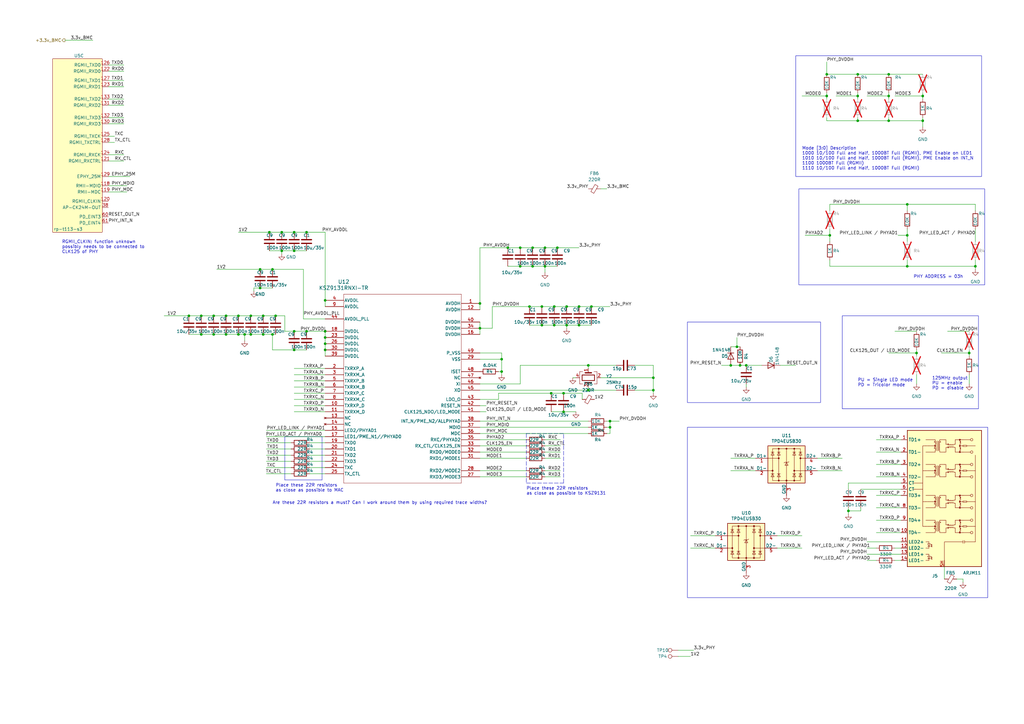
<source format=kicad_sch>
(kicad_sch (version 20230121) (generator eeschema)
  (paper "A3")
  (junction (at 107.95 129.54))
  (junction (at 351.79 39.37))
  (junction (at 228.6 101.6))
  (junction (at 306.07 149.86))
  (junction (at 364.49 30.48))
  (junction (at 115.57 95.25))
  (junction (at 372.11 83.82))
  (junction (at 267.97 160.02))
  (junction (at 400.05 109.22))
  (junction (at 351.79 30.48))
  (junction (at 218.44 109.22))
  (junction (at 97.79 137.16))
  (junction (at 227.33 125.73))
  (junction (at 133.35 123.19))
  (junction (at 372.11 96.52))
  (junction (at 213.36 101.6))
  (junction (at 364.49 49.53))
  (junction (at 302.26 142.24))
  (junction (at 223.52 101.6))
  (junction (at 217.17 125.73))
  (junction (at 205.74 147.32))
  (junction (at 299.72 149.86))
  (junction (at 227.33 133.35))
  (junction (at 213.36 109.22))
  (junction (at 106.68 118.11))
  (junction (at 113.03 129.54))
  (junction (at 232.41 125.73))
  (junction (at 115.57 102.87))
  (junction (at 250.19 175.26))
  (junction (at 218.44 101.6))
  (junction (at 196.85 124.46))
  (junction (at 120.65 102.87))
  (junction (at 92.71 137.16))
  (junction (at 125.73 95.25))
  (junction (at 120.65 95.25))
  (junction (at 231.14 168.91))
  (junction (at 106.68 110.49))
  (junction (at 339.09 30.48))
  (junction (at 375.92 144.78))
  (junction (at 205.74 152.4))
  (junction (at 372.11 109.22))
  (junction (at 133.35 140.97))
  (junction (at 397.51 144.78))
  (junction (at 92.71 129.54))
  (junction (at 111.76 110.49))
  (junction (at 133.35 143.51))
  (junction (at 378.46 49.53))
  (junction (at 100.33 137.16))
  (junction (at 133.35 138.43))
  (junction (at 226.06 161.29))
  (junction (at 111.76 137.16))
  (junction (at 364.49 39.37))
  (junction (at 351.79 49.53))
  (junction (at 378.46 39.37))
  (junction (at 241.3 160.02))
  (junction (at 87.63 137.16))
  (junction (at 82.55 129.54))
  (junction (at 223.52 109.22))
  (junction (at 237.49 133.35))
  (junction (at 120.65 135.89))
  (junction (at 303.53 149.86))
  (junction (at 339.09 39.37))
  (junction (at 208.28 101.6))
  (junction (at 267.97 154.94))
  (junction (at 222.25 125.73))
  (junction (at 97.79 129.54))
  (junction (at 241.3 149.86))
  (junction (at 102.87 129.54))
  (junction (at 120.65 143.51))
  (junction (at 107.95 137.16))
  (junction (at 196.85 134.62))
  (junction (at 340.36 96.52))
  (junction (at 250.19 172.72))
  (junction (at 77.47 129.54))
  (junction (at 87.63 129.54))
  (junction (at 125.73 135.89))
  (junction (at 82.55 137.16))
  (junction (at 242.57 125.73))
  (junction (at 102.87 137.16))
  (junction (at 110.49 95.25))
  (junction (at 347.98 209.55))
  (junction (at 133.35 135.89))
  (junction (at 222.25 133.35))
  (junction (at 232.41 133.35))
  (junction (at 231.14 161.29))
  (junction (at 237.49 125.73))
  (wire (pts (xy 213.36 101.6) (xy 218.44 101.6)))
  (wire (pts (xy 347.98 198.12) (xy 369.57 198.12)))
  (wire (pts (xy 400.05 110.49) (xy 400.05 109.22)))
  (wire (pts (xy 44.45 48.26) (xy 50.8 48.26)))
  (wire (pts (xy 227.33 133.35) (xy 232.41 133.35)))
  (wire (pts (xy 347.98 209.55) (xy 347.98 208.28)))
  (wire (pts (xy 234.95 154.94) (xy 236.22 154.94)))
  (wire (pts (xy 120.65 135.89) (xy 125.73 135.89)))
  (wire (pts (xy 378.46 48.26) (xy 378.46 49.53)))
  (wire (pts (xy 115.57 102.87) (xy 115.57 104.14)))
  (wire (pts (xy 201.93 125.73) (xy 201.93 134.62)))
  (wire (pts (xy 44.45 72.39) (xy 53.34 72.39)))
  (wire (pts (xy 110.49 95.25) (xy 115.57 95.25)))
  (wire (pts (xy 375.92 153.67) (xy 375.92 157.48)))
  (wire (pts (xy 364.49 39.37) (xy 364.49 40.64)))
  (wire (pts (xy 204.47 161.29) (xy 226.06 161.29)))
  (wire (pts (xy 104.14 118.11) (xy 106.68 118.11)))
  (wire (pts (xy 127 189.23) (xy 133.35 189.23)))
  (wire (pts (xy 110.49 102.87) (xy 115.57 102.87)))
  (wire (pts (xy 223.52 195.58) (xy 229.87 195.58)))
  (wire (pts (xy 120.65 151.13) (xy 133.35 151.13)))
  (wire (pts (xy 372.11 93.98) (xy 372.11 96.52)))
  (wire (pts (xy 201.93 125.73) (xy 217.17 125.73)))
  (wire (pts (xy 400.05 93.98) (xy 400.05 99.06)))
  (wire (pts (xy 111.76 143.51) (xy 111.76 137.16)))
  (wire (pts (xy 100.33 137.16) (xy 102.87 137.16)))
  (wire (pts (xy 364.49 48.26) (xy 364.49 49.53)))
  (wire (pts (xy 109.22 181.61) (xy 119.38 181.61)))
  (wire (pts (xy 107.95 129.54) (xy 113.03 129.54)))
  (wire (pts (xy 124.46 110.49) (xy 124.46 130.81)))
  (wire (pts (xy 205.74 152.4) (xy 205.74 147.32)))
  (polyline (pts (xy 231.14 177.8) (xy 215.9 177.8)) (stroke (width 0) (type dash)))
  (wire (pts (xy 26.67 16.51) (xy 38.1 16.51)))
  (wire (pts (xy 372.11 109.22) (xy 340.36 109.22)))
  (wire (pts (xy 303.53 149.86) (xy 306.07 149.86)))
  (wire (pts (xy 397.51 153.67) (xy 397.51 157.48)))
  (wire (pts (xy 205.74 153.67) (xy 205.74 152.4)))
  (wire (pts (xy 351.79 39.37) (xy 351.79 40.64)))
  (wire (pts (xy 120.65 168.91) (xy 133.35 168.91)))
  (wire (pts (xy 106.68 110.49) (xy 111.76 110.49)))
  (wire (pts (xy 355.6 227.33) (xy 369.57 227.33)))
  (wire (pts (xy 375.92 143.51) (xy 375.92 144.78)))
  (wire (pts (xy 213.36 149.86) (xy 241.3 149.86)))
  (wire (pts (xy 205.74 144.78) (xy 205.74 147.32)))
  (polyline (pts (xy 215.9 177.8) (xy 215.9 198.12)) (stroke (width 0) (type dash)))
  (wire (pts (xy 388.62 135.89) (xy 397.51 135.89)))
  (wire (pts (xy 120.65 166.37) (xy 133.35 166.37)))
  (wire (pts (xy 355.6 39.37) (xy 364.49 39.37)))
  (wire (pts (xy 133.35 140.97) (xy 133.35 143.51)))
  (wire (pts (xy 120.65 95.25) (xy 125.73 95.25)))
  (wire (pts (xy 250.19 172.72) (xy 250.19 175.26)))
  (wire (pts (xy 232.41 133.35) (xy 237.49 133.35)))
  (wire (pts (xy 400.05 83.82) (xy 372.11 83.82)))
  (wire (pts (xy 237.49 125.73) (xy 242.57 125.73)))
  (wire (pts (xy 359.41 203.2) (xy 369.57 203.2)))
  (wire (pts (xy 223.52 109.22) (xy 228.6 109.22)))
  (wire (pts (xy 44.45 29.21) (xy 50.8 29.21)))
  (wire (pts (xy 120.65 102.87) (xy 125.73 102.87)))
  (wire (pts (xy 231.14 168.91) (xy 236.22 168.91)))
  (wire (pts (xy 359.41 190.5) (xy 369.57 190.5)))
  (wire (pts (xy 127 181.61) (xy 133.35 181.61)))
  (wire (pts (xy 359.41 218.44) (xy 369.57 218.44)))
  (wire (pts (xy 378.46 40.64) (xy 378.46 39.37)))
  (wire (pts (xy 339.09 38.1) (xy 339.09 39.37)))
  (wire (pts (xy 106.68 118.11) (xy 111.76 118.11)))
  (wire (pts (xy 227.33 125.73) (xy 232.41 125.73)))
  (wire (pts (xy 109.22 186.69) (xy 119.38 186.69)))
  (wire (pts (xy 335.28 193.04) (xy 345.44 193.04)))
  (wire (pts (xy 125.73 95.25) (xy 133.35 95.25)))
  (wire (pts (xy 87.63 129.54) (xy 92.71 129.54)))
  (wire (pts (xy 102.87 129.54) (xy 107.95 129.54)))
  (wire (pts (xy 295.91 149.86) (xy 299.72 149.86)))
  (wire (pts (xy 386.08 144.78) (xy 397.51 144.78)))
  (wire (pts (xy 283.21 219.71) (xy 293.37 219.71)))
  (wire (pts (xy 367.03 229.87) (xy 369.57 229.87)))
  (wire (pts (xy 372.11 109.22) (xy 400.05 109.22)))
  (wire (pts (xy 228.6 101.6) (xy 237.49 101.6)))
  (wire (pts (xy 339.09 30.48) (xy 351.79 30.48)))
  (wire (pts (xy 238.76 161.29) (xy 238.76 163.83)))
  (wire (pts (xy 340.36 93.98) (xy 340.36 96.52)))
  (wire (pts (xy 232.41 125.73) (xy 237.49 125.73)))
  (wire (pts (xy 378.46 39.37) (xy 367.03 39.37)))
  (wire (pts (xy 359.41 180.34) (xy 369.57 180.34)))
  (wire (pts (xy 306.07 149.86) (xy 312.42 149.86)))
  (wire (pts (xy 283.21 224.79) (xy 293.37 224.79)))
  (wire (pts (xy 359.41 185.42) (xy 369.57 185.42)))
  (wire (pts (xy 364.49 144.78) (xy 375.92 144.78)))
  (wire (pts (xy 44.45 76.2) (xy 52.07 76.2)))
  (wire (pts (xy 196.85 134.62) (xy 196.85 137.16)))
  (wire (pts (xy 44.45 35.56) (xy 50.8 35.56)))
  (wire (pts (xy 267.97 154.94) (xy 267.97 160.02)))
  (wire (pts (xy 359.41 195.58) (xy 369.57 195.58)))
  (wire (pts (xy 267.97 149.86) (xy 267.97 154.94)))
  (wire (pts (xy 302.26 142.24) (xy 303.53 142.24)))
  (wire (pts (xy 342.9 39.37) (xy 351.79 39.37)))
  (wire (pts (xy 196.85 187.96) (xy 215.9 187.96)))
  (wire (pts (xy 196.85 147.32) (xy 205.74 147.32)))
  (wire (pts (xy 92.71 129.54) (xy 97.79 129.54)))
  (wire (pts (xy 127 194.31) (xy 133.35 194.31)))
  (wire (pts (xy 367.03 135.89) (xy 375.92 135.89)))
  (wire (pts (xy 125.73 143.51) (xy 120.65 143.51)))
  (wire (pts (xy 355.6 224.79) (xy 359.41 224.79)))
  (wire (pts (xy 44.45 40.64) (xy 50.8 40.64)))
  (wire (pts (xy 246.38 154.94) (xy 267.97 154.94)))
  (wire (pts (xy 299.72 149.86) (xy 303.53 149.86)))
  (polyline (pts (xy 215.9 177.8) (xy 215.9 177.8)))
  (wire (pts (xy 223.52 185.42) (xy 229.87 185.42)))
  (wire (pts (xy 46.99 55.88) (xy 44.45 55.88)))
  (wire (pts (xy 223.52 193.04) (xy 229.87 193.04)))
  (wire (pts (xy 196.85 157.48) (xy 213.36 157.48)))
  (wire (pts (xy 222.25 125.73) (xy 227.33 125.73)))
  (wire (pts (xy 248.92 172.72) (xy 250.19 172.72)))
  (wire (pts (xy 353.06 200.66) (xy 369.57 200.66)))
  (wire (pts (xy 222.25 133.35) (xy 227.33 133.35)))
  (wire (pts (xy 115.57 95.25) (xy 120.65 95.25)))
  (wire (pts (xy 299.72 193.04) (xy 309.88 193.04)))
  (wire (pts (xy 392.43 237.49) (xy 394.97 237.49)))
  (wire (pts (xy 92.71 137.16) (xy 97.79 137.16)))
  (wire (pts (xy 88.9 110.49) (xy 106.68 110.49)))
  (wire (pts (xy 347.98 198.12) (xy 347.98 200.66)))
  (wire (pts (xy 196.85 144.78) (xy 205.74 144.78)))
  (wire (pts (xy 82.55 129.54) (xy 87.63 129.54)))
  (wire (pts (xy 133.35 143.51) (xy 133.35 146.05)))
  (wire (pts (xy 397.51 143.51) (xy 397.51 144.78)))
  (wire (pts (xy 208.28 109.22) (xy 213.36 109.22)))
  (wire (pts (xy 127 184.15) (xy 133.35 184.15)))
  (wire (pts (xy 204.47 163.83) (xy 204.47 161.29)))
  (wire (pts (xy 199.39 166.37) (xy 196.85 166.37)))
  (wire (pts (xy 237.49 133.35) (xy 242.57 133.35)))
  (wire (pts (xy 109.22 179.07) (xy 133.35 179.07)))
  (wire (pts (xy 223.52 182.88) (xy 229.87 182.88)))
  (wire (pts (xy 368.3 96.52) (xy 372.11 96.52)))
  (wire (pts (xy 353.06 209.55) (xy 353.06 208.28)))
  (wire (pts (xy 208.28 101.6) (xy 213.36 101.6)))
  (wire (pts (xy 226.06 161.29) (xy 231.14 161.29)))
  (wire (pts (xy 232.41 134.62) (xy 232.41 133.35)))
  (wire (pts (xy 120.65 158.75) (xy 133.35 158.75)))
  (wire (pts (xy 102.87 137.16) (xy 107.95 137.16)))
  (wire (pts (xy 196.85 101.6) (xy 208.28 101.6)))
  (wire (pts (xy 120.65 143.51) (xy 111.76 143.51)))
  (wire (pts (xy 330.2 96.52) (xy 340.36 96.52)))
  (wire (pts (xy 359.41 213.36) (xy 369.57 213.36)))
  (wire (pts (xy 109.22 189.23) (xy 119.38 189.23)))
  (wire (pts (xy 109.22 184.15) (xy 119.38 184.15)))
  (wire (pts (xy 133.35 135.89) (xy 133.35 138.43)))
  (wire (pts (xy 339.09 49.53) (xy 339.09 48.26)))
  (wire (pts (xy 104.14 118.11) (xy 104.14 119.38)))
  (wire (pts (xy 320.04 149.86) (xy 326.39 149.86)))
  (wire (pts (xy 196.85 160.02) (xy 241.3 160.02)))
  (wire (pts (xy 400.05 83.82) (xy 400.05 86.36)))
  (wire (pts (xy 375.92 146.05) (xy 375.92 144.78)))
  (wire (pts (xy 339.09 49.53) (xy 351.79 49.53)))
  (wire (pts (xy 196.85 175.26) (xy 241.3 175.26)))
  (wire (pts (xy 223.52 180.34) (xy 229.87 180.34)))
  (wire (pts (xy 241.3 149.86) (xy 252.73 149.86)))
  (wire (pts (xy 372.11 83.82) (xy 372.11 86.36)))
  (wire (pts (xy 116.84 135.89) (xy 120.65 135.89)))
  (wire (pts (xy 299.72 142.24) (xy 302.26 142.24)))
  (polyline (pts (xy 231.14 198.12) (xy 231.14 177.8)) (stroke (width 0) (type dash)))
  (wire (pts (xy 397.51 146.05) (xy 397.51 144.78)))
  (wire (pts (xy 124.46 130.81) (xy 133.35 130.81)))
  (polyline (pts (xy 116.84 179.07) (xy 116.84 196.85)))
  (wire (pts (xy 120.65 156.21) (xy 133.35 156.21)))
  (wire (pts (xy 355.6 222.25) (xy 369.57 222.25)))
  (wire (pts (xy 196.85 180.34) (xy 215.9 180.34)))
  (wire (pts (xy 340.36 83.82) (xy 340.36 86.36)))
  (wire (pts (xy 340.36 109.22) (xy 340.36 106.68)))
  (wire (pts (xy 44.45 78.74) (xy 52.07 78.74)))
  (wire (pts (xy 351.79 38.1) (xy 351.79 39.37)))
  (wire (pts (xy 347.98 209.55) (xy 347.98 210.82)))
  (wire (pts (xy 201.93 134.62) (xy 196.85 134.62)))
  (wire (pts (xy 223.52 187.96) (xy 229.87 187.96)))
  (wire (pts (xy 196.85 132.08) (xy 196.85 134.62)))
  (wire (pts (xy 109.22 194.31) (xy 119.38 194.31)))
  (wire (pts (xy 77.47 137.16) (xy 82.55 137.16)))
  (wire (pts (xy 199.39 168.91) (xy 196.85 168.91)))
  (wire (pts (xy 133.35 125.73) (xy 133.35 123.19)))
  (wire (pts (xy 217.17 133.35) (xy 222.25 133.35)))
  (wire (pts (xy 109.22 176.53) (xy 133.35 176.53)))
  (wire (pts (xy 196.85 185.42) (xy 215.9 185.42)))
  (wire (pts (xy 82.55 137.16) (xy 87.63 137.16)))
  (polyline (pts (xy 215.9 198.12) (xy 231.14 198.12)) (stroke (width 0) (type dash)))
  (wire (pts (xy 351.79 30.48) (xy 364.49 30.48)))
  (wire (pts (xy 44.45 33.02) (xy 50.8 33.02)))
  (wire (pts (xy 260.35 160.02) (xy 267.97 160.02)))
  (wire (pts (xy 44.45 43.18) (xy 50.8 43.18)))
  (wire (pts (xy 127 186.69) (xy 133.35 186.69)))
  (wire (pts (xy 302.26 138.43) (xy 302.26 142.24)))
  (wire (pts (xy 260.35 149.86) (xy 267.97 149.86)))
  (wire (pts (xy 241.3 160.02) (xy 252.73 160.02)))
  (wire (pts (xy 387.35 232.41) (xy 387.35 237.49)))
  (wire (pts (xy 351.79 49.53) (xy 364.49 49.53)))
  (wire (pts (xy 196.85 124.46) (xy 196.85 101.6)))
  (wire (pts (xy 116.84 129.54) (xy 116.84 135.89)))
  (wire (pts (xy 120.65 153.67) (xy 133.35 153.67)))
  (wire (pts (xy 218.44 101.6) (xy 223.52 101.6)))
  (wire (pts (xy 250.19 172.72) (xy 254 172.72)))
  (wire (pts (xy 339.09 39.37) (xy 339.09 40.64)))
  (wire (pts (xy 347.98 209.55) (xy 353.06 209.55)))
  (wire (pts (xy 120.65 163.83) (xy 133.35 163.83)))
  (wire (pts (xy 125.73 135.89) (xy 133.35 135.89)))
  (wire (pts (xy 44.45 66.04) (xy 50.8 66.04)))
  (wire (pts (xy 77.47 129.54) (xy 82.55 129.54)))
  (wire (pts (xy 241.3 158.75) (xy 241.3 160.02)))
  (wire (pts (xy 339.09 25.4) (xy 339.09 30.48)))
  (wire (pts (xy 223.52 109.22) (xy 223.52 111.76)))
  (wire (pts (xy 351.79 48.26) (xy 351.79 49.53)))
  (wire (pts (xy 372.11 109.22) (xy 372.11 106.68)))
  (wire (pts (xy 226.06 168.91) (xy 231.14 168.91)))
  (polyline (pts (xy 132.08 179.07) (xy 116.84 179.07)))
  (wire (pts (xy 400.05 106.68) (xy 400.05 109.22)))
  (wire (pts (xy 111.76 110.49) (xy 124.46 110.49)))
  (wire (pts (xy 394.97 238.76) (xy 394.97 237.49)))
  (wire (pts (xy 196.85 182.88) (xy 215.9 182.88)))
  (wire (pts (xy 250.19 175.26) (xy 250.19 177.8)))
  (wire (pts (xy 248.92 77.47) (xy 246.38 77.47)))
  (wire (pts (xy 87.63 137.16) (xy 92.71 137.16)))
  (wire (pts (xy 196.85 195.58) (xy 215.9 195.58)))
  (wire (pts (xy 196.85 163.83) (xy 204.47 163.83)))
  (wire (pts (xy 97.79 95.25) (xy 110.49 95.25)))
  (wire (pts (xy 364.49 30.48) (xy 378.46 30.48)))
  (wire (pts (xy 378.46 38.1) (xy 378.46 39.37)))
  (wire (pts (xy 306.07 157.48) (xy 306.07 158.75)))
  (wire (pts (xy 100.33 137.16) (xy 100.33 139.7)))
  (wire (pts (xy 359.41 208.28) (xy 369.57 208.28)))
  (wire (pts (xy 44.45 63.5) (xy 50.8 63.5)))
  (wire (pts (xy 44.45 50.8) (xy 50.8 50.8)))
  (wire (pts (xy 299.72 187.96) (xy 309.88 187.96)))
  (wire (pts (xy 217.17 125.73) (xy 222.25 125.73)))
  (wire (pts (xy 133.35 138.43) (xy 133.35 140.97)))
  (polyline (pts (xy 132.08 196.85) (xy 132.08 179.07)))
  (wire (pts (xy 367.03 224.79) (xy 369.57 224.79)))
  (wire (pts (xy 97.79 137.16) (xy 100.33 137.16)))
  (wire (pts (xy 241.3 149.86) (xy 241.3 151.13)))
  (wire (pts (xy 218.44 109.22) (xy 223.52 109.22)))
  (wire (pts (xy 250.19 177.8) (xy 248.92 177.8)))
  (wire (pts (xy 372.11 96.52) (xy 372.11 99.06)))
  (wire (pts (xy 133.35 123.19) (xy 133.35 95.25)))
  (wire (pts (xy 378.46 49.53) (xy 378.46 52.07)))
  (wire (pts (xy 231.14 161.29) (xy 238.76 161.29)))
  (wire (pts (xy 267.97 160.02) (xy 267.97 161.29)))
  (wire (pts (xy 250.19 125.73) (xy 242.57 125.73)))
  (wire (pts (xy 67.31 129.54) (xy 77.47 129.54)))
  (wire (pts (xy 318.77 219.71) (xy 328.93 219.71)))
  (wire (pts (xy 97.79 129.54) (xy 102.87 129.54)))
  (wire (pts (xy 196.85 127) (xy 196.85 124.46)))
  (wire (pts (xy 44.45 26.67) (xy 50.8 26.67)))
  (wire (pts (xy 278.13 269.24) (xy 283.21 269.24)))
  (wire (pts (xy 364.49 49.53) (xy 378.46 49.53)))
  (wire (pts (xy 340.36 96.52) (xy 340.36 99.06)))
  (wire (pts (xy 46.99 58.42) (xy 44.45 58.42)))
  (wire (pts (xy 107.95 137.16) (xy 111.76 137.16)))
  (polyline (pts (xy 116.84 179.07) (xy 116.84 179.07)))
  (wire (pts (xy 113.03 129.54) (xy 116.84 129.54)))
  (wire (pts (xy 204.47 152.4) (xy 205.74 152.4)))
  (wire (pts (xy 335.28 187.96) (xy 345.44 187.96)))
  (wire (pts (xy 115.57 102.87) (xy 120.65 102.87)))
  (wire (pts (xy 284.48 266.7) (xy 278.13 266.7)))
  (wire (pts (xy 328.93 39.37) (xy 339.09 39.37)))
  (wire (pts (xy 318.77 224.79) (xy 328.93 224.79)))
  (wire (pts (xy 340.36 83.82) (xy 372.11 83.82)))
  (wire (pts (xy 196.85 193.04) (xy 215.9 193.04)))
  (wire (pts (xy 355.6 229.87) (xy 359.41 229.87)))
  (wire (pts (xy 196.85 172.72) (xy 241.3 172.72)))
  (wire (pts (xy 111.76 137.16) (xy 113.03 137.16)))
  (wire (pts (xy 213.36 109.22) (xy 218.44 109.22)))
  (wire (pts (xy 364.49 38.1) (xy 364.49 39.37)))
  (polyline (pts (xy 116.84 196.85) (xy 132.08 196.85)))
  (wire (pts (xy 223.52 101.6) (xy 228.6 101.6)))
  (wire (pts (xy 127 191.77) (xy 133.35 191.77)))
  (wire (pts (xy 250.19 175.26) (xy 248.92 175.26)))
  (wire (pts (xy 213.36 157.48) (xy 213.36 149.86)))
  (wire (pts (xy 109.22 191.77) (xy 119.38 191.77)))
  (wire (pts (xy 196.85 177.8) (xy 241.3 177.8)))
  (wire (pts (xy 120.65 161.29) (xy 133.35 161.29)))
  (rectangle (start 326.39 22.86) (end 402.59 72.39))
  (rectangle (start 327.66 77.47) (end 403.86 116.84))
  (rectangle (start 345.44 129.54) (end 401.32 167.64))
  (rectangle (start 281.94 132.08) (end 336.55 165.1))
  (rectangle (start 281.94 175.26) (end 405.13 245.11))
  (text "Place these 22R resistors\nas close as possible to MAC" (at 113.03 201.93 0) (effects (font (size 1.27 1.27)) (justify left bottom)))
  (text "Place these 22R resistors\nas close as possible to KSZ9131" (at 215.9 203.2 0) (effects (font (size 1.27 1.27)) (justify left bottom)))
  (text "PHY ADDRESS = 03h" (at 374.65 114.3 0) (effects (font (size 1.27 1.27)) (justify left bottom)))
  (text "PU = Single LED mode\nPD = Tricolor mode" (at 351.79 158.75 0) (effects (font (size 1.27 1.27)) (justify left bottom)))
  (text "RGMII_CLKIN: function unknown\npossibly needs to be connected to\nCLK125 of PHY" (at 25.4 104.14 0) (effects (font (size 1.27 1.27)) (justify left bottom)))
  (text "Are these 22R resistors a must? Can I work around them by using required trace widths?" (at 111.76 207.01 0) (effects (font (size 1.27 1.27)) (justify left bottom)))
  (text "TODO: \n1) RESET PIN \ndatasheet [1] page 138\n[1] - https://ww1.microchip.com/downloads/aemDocuments/documents/UNG/ProductDocuments/DataSheets/00002841D.pdf\n[2] - https://ww1.microchip.com/downloads/en/DeviceDoc/KSZ9131RNX-Hardware-Design-Checklist-00003370A.pdf\n\n2) EPHY_25M\ndecide whether to use 25M generated by CPU\nor to use external XTAL" (at 427.99 64.77 0) (effects (font (size 1.27 1.27)) (justify left bottom)))
  (text "125MHz output\nPU = enable\nPD = disable" (at 382.27 160.02 0) (effects (font (size 1.27 1.27)) (justify left bottom)))
  (text "The INT_N pin is an optional \ninterrupt signal that is used\n to inform the external controller\n that there has been a status\nupdate in the KSZ9131RNX PHY register. " (at 433.07 143.51 0) (effects (font (size 1.27 1.27)) (justify left bottom)))
  (text "internal LDO (LDO_0) produces +1.2V.\neven though the reference design [1] \nsuggests the use of external LDO, \nthe following doc [2] describes both \napproaches (even though it's not \nspecifically for this chip)\n\n[1] - https://ww1.microchip.com/downloads/en/DeviceDoc/KSZ9131RNX%20Reference%20Design.pdf\n[2] - https://microchip.my.site.com/s/article/How-to-Use-Internal-LDO-Correctly-in-the-KSZ8873-KSZ8863-Family\n" (at 431.8 123.19 0) (effects (font (size 1.27 1.27)) (justify left bottom)))
  (text "Mode [3:0] Description\n1000 10/100 Full and Half, 1000BT Full (RGMII), PME Enable on LED1\n1010 10/100 Full and Half, 1000BT Full (RGMII), PME Enable on INT_N\n1100 1000BT Full (RGMII)\n1110 10/100 Full and Half, 1000BT Full (RGMII)" (at 328.93 69.85 0) (effects (font (size 1.27 1.27)) (justify left bottom)))
  (label "TXRXD_N" (at 320.04 224.79 0))
  (label "RXC" (at 224.79 180.34 0))
  (label "PHY_DVDDH" (at 201.93 125.73 0))
  (label "RXD2" (at 45.72 43.18 0))
  (label "TX_CTL" (at 115.57 194.31 180))
  (label "PHY_DVDDH" (at 368.3 135.89 0))
  (label "PHY_MDC" (at 199.39 177.8 0))
  (label "PHY_DVDDH" (at 389.89 135.89 0))
  (label "RXD3" (at 224.79 195.58 0))
  (label "RX_CTL" (at 224.79 182.88 0))
  (label "3.3v_PHY" (at 237.49 101.6 0))
  (label "3.3v_PHY" (at 241.3 77.47 180))
  (label "TXC" (at 46.99 55.88 0))
  (label "PHY_RESET_N" (at 199.39 166.37 0))
  (label "PHY_AVDDH" (at 198.12 101.6 0))
  (label "PHY_DVDDH" (at 254 172.72 0))
  (label "CLK125_EN" (at 394.97 144.78 180))
  (label "CLK125_EN" (at 199.39 182.88 0))
  (label "PHY_DVDDH" (at 341.63 83.82 0))
  (label "TXRXB_N" (at 360.68 195.58 0))
  (label "RXD0" (at 45.72 29.21 0))
  (label "PHY_DVDDH" (at 355.6 222.25 180))
  (label "RX_CTL" (at 46.99 66.04 0))
  (label "RXD3" (at 45.72 50.8 0))
  (label "TXRXB_N" (at 124.46 158.75 0))
  (label "RESET_OUT_N" (at 322.58 149.86 0))
  (label "MODE3" (at 367.03 39.37 0))
  (label "TXD0" (at 45.72 26.67 0))
  (label "RXD0" (at 224.79 185.42 0))
  (label "PHY_LED_ACT {slash} PHYAD0" (at 400.05 96.52 180))
  (label "TXRXA_P" (at 360.68 180.34 0))
  (label "1V2" (at 68.58 129.54 0))
  (label "RXD1" (at 45.72 35.56 0))
  (label "MODE0" (at 330.2 39.37 0))
  (label "TXRXA_N" (at 300.99 193.04 0))
  (label "MODE1" (at 199.39 187.96 0))
  (label "TXRXB_P" (at 124.46 156.21 0))
  (label "EPHY_25M" (at 45.72 72.39 0))
  (label "TXC" (at 113.03 191.77 180))
  (label "TXRXC_P" (at 360.68 203.2 0))
  (label "CLK125_OUT {slash} LED_MODE" (at 199.39 168.91 0))
  (label "PHY_DVDDH" (at 355.6 227.33 180))
  (label "PHY_MDC" (at 45.72 78.74 0))
  (label "TXRXD_N" (at 124.46 168.91 0))
  (label "TXRXB_P" (at 336.55 187.96 0))
  (label "3.3v_BMC" (at 248.92 77.47 0))
  (label "TXRXD_P" (at 320.04 219.71 0))
  (label "PHY_DVDDL" (at 123.19 135.89 0))
  (label "RXC" (at 46.99 63.5 0))
  (label "PHY_LED_LINK {slash} PHYAD1" (at 133.35 176.53 180))
  (label "TXRXA_N" (at 124.46 153.67 0))
  (label "RXD1" (at 224.79 187.96 0))
  (label "MODE0" (at 199.39 185.42 0))
  (label "1V2" (at 88.9 110.49 0))
  (label "PHYAD2" (at 330.2 96.52 0))
  (label "TXRXB_N" (at 336.55 193.04 0))
  (label "1V2" (at 243.84 163.83 0))
  (label "PHYAD2" (at 199.39 180.34 0))
  (label "TXD2" (at 45.72 40.64 0))
  (label "PHY_MDIO" (at 199.39 175.26 0))
  (label "PHY_AVDDL" (at 132.08 95.25 0))
  (label "TXD3" (at 114.3 189.23 180))
  (label "PHY_LED_LINK {slash} PHYAD1" (at 368.3 96.52 180))
  (label "PHY_INT_N" (at 44.45 91.44 0))
  (label "TX_CTL" (at 46.99 58.42 0))
  (label "TXRXA_P" (at 300.99 187.96 0))
  (label "TXRXC_N" (at 284.48 224.79 0))
  (label "TXRXC_N" (at 360.68 208.28 0))
  (label "3.3v_BMC" (at 38.1 16.51 180))
  (label "3.3v_PHY" (at 284.48 266.7 0))
  (label "TXRXC_N" (at 124.46 163.83 0))
  (label "3.3v_PHY" (at 250.19 125.73 0))
  (label "TXRXB_P" (at 360.68 190.5 0))
  (label "TXD1" (at 45.72 33.02 0))
  (label "PHY_INT_N" (at 199.39 172.72 0))
  (label "TXRXA_N" (at 360.68 185.42 0))
  (label "TXRXC_P" (at 284.48 219.71 0))
  (label "CLK125_OUT {slash} LED_MODE" (at 373.38 144.78 180))
  (label "PHY_LED_LINK {slash} PHYAD1" (at 356.87 224.79 180))
  (label "PHY_MDIO" (at 45.72 76.2 0))
  (label "MODE2" (at 199.39 193.04 0))
  (label "PHY_DVDDH" (at 302.26 138.43 0))
  (label "PHY_RESET_N" (at 295.91 149.86 180))
  (label "TXRXD_P" (at 124.46 166.37 0))
  (label "1V2" (at 97.79 95.25 0))
  (label "TXRXD_N" (at 360.68 218.44 0))
  (label "PHY_LED_ACT {slash} PHYAD0" (at 132.08 179.07 180))
  (label "MODE3" (at 199.39 195.58 0))
  (label "TXD2" (at 114.3 186.69 180))
  (label "TXD1" (at 114.3 184.15 180))
  (label "PHY_AVDDL_PLL" (at 124.46 129.54 0))
  (label "RESET_OUT_N" (at 44.45 88.9 0))
  (label "TXD0" (at 114.3 181.61 180))
  (label "PHY_DVDDH" (at 339.09 25.4 0))
  (label "TXD3" (at 45.72 48.26 0))
  (label "RXD2" (at 224.79 193.04 0))
  (label "1V2" (at 283.21 269.24 0))
  (label "TXRXD_P" (at 360.68 213.36 0))
  (label "TXRXC_P" (at 124.46 161.29 0))
  (label "PHY_LED_ACT {slash} PHYAD0" (at 356.87 229.87 180))
  (label "MODE1" (at 342.9 39.37 0))
  (label "MODE2" (at 355.6 39.37 0))
  (label "TXRXA_P" (at 124.46 151.13 0))
  (hierarchical_label "+3.3v_BMC" (shape output) (at 26.67 16.51 180))
  (symbol (lib_id "Device:R") (at 303.53 146.05 180) (unit 1)
    (property "Reference" "R4" (at 306.07 144.78 90) (effects (justify left)))
    (property "Value" "10K" (at 303.53 143.51 90) (effects (justify left)))
    (property "Footprint" "Resistor_SMD:R_0402_1005Metric" (effects hide))
    (instances (project "srvant-mk2" (path "" (reference "R4") (unit 1)) (path "" (reference "R25") (unit 1)) (path "" (reference "R24") (unit 1))) (project "CM4IOv5" (path "" (reference "R28") (unit 1))))
  )
  (symbol (lib_id "Device:C") (at 120.65 139.7 0) (unit 1)
    (property "Reference" "C9" (at 118.11 137.16 0) (effects (justify left)))
    (property "Value" "100n" (at 119.38 142.24 0) (effects (justify left)))
    (property "Footprint" "Capacitor_SMD:C_0402_1005Metric" (effects hide))
    (property "Datasheet" "https://search.murata.co.jp/Ceramy/image/img/A01X/G101/ENG/GRM155R71C104KA88-01.pdf" (effects hide))
    (property "Part Description" "	0.1uF 10% 16V Ceramic Capacitor X7R 0402 (1005 Metric)" (effects hide))
    (property "manf#" "GRM155R71C104KA88" (effects hide))
    (property "digikey#" "EMK105B7104KV-F" (effects hide))
    (property "mouser#" " 963-EMK105B7104KV-F" (effects hide))
    (property "farnell#" "2611911" (effects hide))
    (instances (project "srvant-mk2" (path "" (reference "C9") (unit 1)) (path "" (reference "C53") (unit 1)) (path "" (reference "C38") (unit 1))) (project "CM4IOv5" (path "" (reference "C58") (unit 1))))
  )
  (symbol (lib_id "Device:C") (at 110.49 99.06 0) (unit 1)
    (property "Reference" "C9" (at 109.22 96.52 0) (effects (justify left)))
    (property "Value" "100n" (at 109.22 101.6 0) (effects (justify left)))
    (property "Footprint" "Capacitor_SMD:C_0402_1005Metric" (effects hide))
    (property "Datasheet" "https://search.murata.co.jp/Ceramy/image/img/A01X/G101/ENG/GRM155R71C104KA88-01.pdf" (effects hide))
    (property "Part Description" "	0.1uF 10% 16V Ceramic Capacitor X7R 0402 (1005 Metric)" (effects hide))
    (property "manf#" "GRM155R71C104KA88" (effects hide))
    (property "digikey#" "EMK105B7104KV-F" (effects hide))
    (property "mouser#" " 963-EMK105B7104KV-F" (effects hide))
    (property "farnell#" "2611911" (effects hide))
    (instances (project "srvant-mk2" (path "" (reference "C9") (unit 1)) (path "" (reference "C51") (unit 1)) (path "" (reference "C45") (unit 1))) (project "CM4IOv5" (path "" (reference "C58") (unit 1))))
  )
  (symbol (lib_id "Device:R") (at 200.66 152.4 270) (unit 1)
    (property "Reference" "R4" (at 199.39 152.4 90) (effects (justify left)))
    (property "Value" "6.04K" (at 198.12 149.86 90) (effects (justify left)))
    (property "Footprint" "Resistor_SMD:R_0402_1005Metric" (effects hide))
    (instances (project "srvant-mk2" (path "" (reference "R4") (unit 1)) (path "" (reference "R30") (unit 1)) (path "" (reference "R29") (unit 1))) (project "CM4IOv5" (path "" (reference "R28") (unit 1))))
  )
  (symbol (lib_id "power:GND") (at 347.98 210.82 0) (unit 1)
    (property "Reference" "#PWR032" (effects hide))
    (property "Value" "GND" (at 347.98 215.9 0))
    (instances (project "srvant-mk2" (path "" (reference "#PWR032") (unit 1)) (path "" (reference "#PWR022") (unit 1))))
  )
  (symbol (lib_id "Connector:ARJM11") (at 387.35 201.93 0) (unit 1)
    (property "Reference" "J5" (at 382.27 236.22 0) (effects (justify left)))
    (property "Value" "ARJM11" (at 394.97 234.95 0) (effects (justify left)))
    (property "Footprint" "Connector_RJ:RJ45_Wuerth_7499111446_Horizontal" (effects hide))
    (property "Datasheet" "https://media.digikey.com/pdf/Data%20Sheets/Pulse%20PDFs/JK%20Series.pdf" (effects hide))
    (instances (project "srvant-mk2" (path "" (reference "J5") (unit 1)) (path "" (reference "J5") (unit 1))) (project "srvant" (path "" (reference "J4") (unit 1))))
  )
  (symbol (lib_id "Device:R") (at 219.71 185.42 270) (unit 1)
    (property "Reference" "R4" (at 220.98 184.15 90) (effects (justify left)))
    (property "Value" "22R" (at 217.17 185.42 90) (effects (justify left)))
    (property "Footprint" "Resistor_SMD:R_0402_1005Metric" (effects hide))
    (instances (project "srvant-mk2" (path "" (reference "R4") (unit 1)) (path "" (reference "R39") (unit 1)) (path "" (reference "R38") (unit 1))) (project "CM4IOv5" (path "" (reference "R28") (unit 1))))
  )
  (symbol (lib_id "Device:C") (at 353.06 204.47 0) (unit 1)
    (property "Reference" "C9" (at 351.79 201.93 0) (effects (justify left)))
    (property "Value" "100n" (at 350.52 207.01 0) (effects (justify left)))
    (property "Footprint" "Capacitor_SMD:C_0402_1005Metric" (effects hide))
    (property "Datasheet" "https://search.murata.co.jp/Ceramy/image/img/A01X/G101/ENG/GRM155R71C104KA88-01.pdf" (effects hide))
    (property "Part Description" "	0.1uF 10% 16V Ceramic Capacitor X7R 0402 (1005 Metric)" (effects hide))
    (property "manf#" "GRM155R71C104KA88" (effects hide))
    (property "digikey#" "EMK105B7104KV-F" (effects hide))
    (property "mouser#" " 963-EMK105B7104KV-F" (effects hide))
    (property "farnell#" "2611911" (effects hide))
    (instances (project "srvant-mk2" (path "" (reference "C9") (unit 1)) (path "" (reference "C50") (unit 1)) (path "" (reference "C44") (unit 1))) (project "CM4IOv5" (path "" (reference "C58") (unit 1))))
  )
  (symbol (lib_id "Device:C") (at 107.95 133.35 0) (unit 1)
    (property "Reference" "C9" (at 105.41 130.81 0) (effects (justify left)))
    (property "Value" "100n" (at 106.68 135.89 0) (effects (justify left)))
    (property "Footprint" "Capacitor_SMD:C_0402_1005Metric" (effects hide))
    (property "Datasheet" "https://search.murata.co.jp/Ceramy/image/img/A01X/G101/ENG/GRM155R71C104KA88-01.pdf" (effects hide))
    (property "Part Description" "	0.1uF 10% 16V Ceramic Capacitor X7R 0402 (1005 Metric)" (effects hide))
    (property "manf#" "GRM155R71C104KA88" (effects hide))
    (property "digikey#" "EMK105B7104KV-F" (effects hide))
    (property "mouser#" " 963-EMK105B7104KV-F" (effects hide))
    (property "farnell#" "2611911" (effects hide))
    (instances (project "srvant-mk2" (path "" (reference "C9") (unit 1)) (path "" (reference "C53") (unit 1)) (path "" (reference "C47") (unit 1))) (project "CM4IOv5" (path "" (reference "C58") (unit 1))))
  )
  (symbol (lib_id "Device:R") (at 245.11 177.8 270) (unit 1)
    (property "Reference" "R4" (at 243.84 180.34 90) (effects (justify left)))
    (property "Value" "1K" (at 242.57 177.8 90) (effects (justify left)))
    (property "Footprint" "Resistor_SMD:R_0402_1005Metric" (effects hide))
    (instances (project "srvant-mk2" (path "" (reference "R4") (unit 1)) (path "" (reference "R49") (unit 1)) (path "" (reference "R48") (unit 1))) (project "CM4IOv5" (path "" (reference "R28") (unit 1))))
  )
  (symbol (lib_id "Device:R") (at 375.92 139.7 0) (unit 1)
    (property "Reference" "R4" (at 377.19 137.16 0) (effects (justify left)))
    (property "Value" "10K" (at 375.92 142.24 90) (effects (justify left)))
    (property "Footprint" "Resistor_SMD:R_0402_1005Metric" (effects hide))
    (instances (project "srvant-mk2" (path "" (reference "R4") (unit 1)) (path "" (reference "R26") (unit 1)) (path "" (reference "R25") (unit 1))) (project "CM4IOv5" (path "" (reference "R28") (unit 1))))
  )
  (symbol (lib_id "Device:FerriteBead_Small") (at 243.84 77.47 90) (unit 1)
    (property "Reference" "FB6" (at 243.8019 71.12 90))
    (property "Value" "220R" (at 243.8019 73.66 90))
    (property "Footprint" "Resistor_SMD:R_0402_1005Metric" (effects hide))
    (property "Datasheet" "https://www.mouser.co.uk/datasheet/2/281/1/Murata_4_42023_QNFA9103SH-3135182.pdf" (effects hide))
    (property "manf#" "BLM15PX221SH1D " (effects hide))
    (property "mouser#" " 81-BLM15PX221SH1D " (effects hide))
    (instances (project "srvant-mk2" (path "" (reference "FB6") (unit 1)) (path "" (reference "FB2") (unit 1))))
  )
  (symbol (lib_id "Device:R") (at 364.49 44.45 0) (unit 1) (in_bom no) (on_board no) (dnp yes)
    (property "Reference" "R4" (at 365.76 44.45 0) (effects (justify left)))
    (property "Value" "1K" (at 364.49 46.99 90) (effects (justify left)))
    (property "Footprint" "Resistor_SMD:R_0402_1005Metric" (effects hide))
    (instances (project "srvant-mk2" (path "" (reference "R4") (unit 1)) (path "" (reference "R44") (unit 1)) (path "" (reference "R43") (unit 1))) (project "CM4IOv5" (path "" (reference "R28") (unit 1))))
  )
  (symbol (lib_id "KSZ9131RNXI-TR:KSZ9131RNXI-TR") (at 85.09 125.73 0) (unit 1)
    (property "Reference" "U12" (at 140.97 115.57 0) (effects (font (size 1.524 1.524))))
    (property "Value" "KSZ9131RNXI-TR" (at 140.97 118.11 0) (effects (font (size 1.524 1.524))))
    (property "Footprint" "KSZ9131RNXI-TR:QFN48_NX_MCH" (effects hide))
    (property "Datasheet" "http://ww1.microchip.com/downloads/en/DeviceDoc/00002841B.pdf" (effects hide))
    (property "manf#" "KSZ9131RNXC-TR" (effects hide))
    (property "digikey#" "KSZ9131RNXC-TR" (effects hide))
    (property "mouser#" "579-KSZ9131RNXC-TR" (effects hide))
    (property "farnell#" "3280868" (effects hide))
  )
  (symbol (lib_id "ARJM11:TestPoint") (at 278.13 269.24 90) (unit 1)
    (property "Reference" "TP4" (at 271.78 269.24 90))
    (property "Value" "1v2" (effects hide))
    (property "Footprint" "TestPoint:TestPoint_Pad_D1.0mm" (effects hide))
  )
  (symbol (lib_id "Device:C") (at 125.73 99.06 0) (unit 1)
    (property "Reference" "C1" (at 124.46 96.52 0) (effects (justify left)))
    (property "Value" "10u/35v" (at 124.46 101.6 0) (effects (justify left)))
    (property "Footprint" "Capacitor_SMD:C_0402_1005Metric" (effects hide))
    (property "Datasheet" "https://www.murata.com/en-global/products/productdetail.aspx?partno=GRM21BC8YA106ME11%23" (effects hide))
    (property "Part Description" "10uF 10% or 20% 35V Ceramic Capacitor X6S 0805 (2012 Metric)" (effects hide))
    (property "manf#" "GRM21BC8YA106KE11L " (effects hide))
    (property "digikey#" "490-10505-1-ND" (effects hide))
    (instances (project "srvant-mk2" (path "" (reference "C1") (unit 1)) (path "" (reference "C58") (unit 1)) (path "" (reference "C52") (unit 1))))
  )
  (symbol (lib_id "CM4IO:TPD4EUSB30") (at 306.07 222.25 0) (unit 1)
    (property "Reference" "U10" (at 306.07 210.3882 0))
    (property "Value" "TPD4EUSB30" (at 306.07 212.6996 0))
    (property "Footprint" "Package_SON:USON-10_2.5x1.0mm_P0.5mm" (effects hide))
    (property "Datasheet" "http://www.ti.com/lit/ds/symlink/tpd2eusb30a.pdf" (effects hide))
    (property "Field4" "Farnell" (effects hide))
    (property "Field5" "2335455" (effects hide))
    (property "Field6" "CDDFN10-3324P-13" (effects hide))
    (property "Field7" "Bourns" (effects hide))
    (property "Field8" "UDIO00346" (effects hide))
    (property "Part Description" "Quad TVS diode for high speed signals (USB3, GigE etc.)" (effects hide))
    (instances (project "srvant-mk2" (path "" (reference "U10") (unit 1)) (path "" (reference "U10") (unit 1))) (project "srvant" (path "" (reference "U13") (unit 1))))
  )
  (symbol (lib_id "Device:R") (at 219.71 195.58 270) (unit 1)
    (property "Reference" "R4" (at 220.98 194.31 90) (effects (justify left)))
    (property "Value" "22R" (at 217.17 195.58 90) (effects (justify left)))
    (property "Footprint" "Resistor_SMD:R_0402_1005Metric" (effects hide))
    (instances (project "srvant-mk2" (path "" (reference "R4") (unit 1)) (path "" (reference "R42") (unit 1)) (path "" (reference "R41") (unit 1))) (project "CM4IOv5" (path "" (reference "R28") (unit 1))))
  )
  (symbol (lib_id "Device:R") (at 397.51 139.7 0) (unit 1) (in_bom no) (on_board no) (dnp yes)
    (property "Reference" "R4" (at 398.78 137.16 0) (effects (justify left)))
    (property "Value" "10K" (at 397.51 142.24 90) (effects (justify left)))
    (property "Footprint" "Resistor_SMD:R_0402_1005Metric" (effects hide))
    (instances (project "srvant-mk2" (path "" (reference "R4") (unit 1)) (path "" (reference "R28") (unit 1)) (path "" (reference "R27") (unit 1))) (project "CM4IOv5" (path "" (reference "R28") (unit 1))))
  )
  (symbol (lib_id "Device:R") (at 339.09 44.45 0) (unit 1) (in_bom no) (on_board no) (dnp yes)
    (property "Reference" "R4" (at 341.63 44.45 0) (effects (justify left)))
    (property "Value" "1K" (at 339.09 46.99 90) (effects (justify left)))
    (property "Footprint" "Resistor_SMD:R_0402_1005Metric" (effects hide))
    (instances (project "srvant-mk2" (path "" (reference "R4") (unit 1)) (path "" (reference "R32") (unit 1)) (path "" (reference "R31") (unit 1))) (project "CM4IOv5" (path "" (reference "R28") (unit 1))))
  )
  (symbol (lib_id "Device:FerriteBead_Small") (at 389.89 237.49 270) (unit 1)
    (property "Reference" "FB5" (at 389.89 234.95 90))
    (property "Value" "220R" (at 389.89 241.3 90))
    (property "Footprint" "Resistor_SMD:R_0402_1005Metric" (effects hide))
    (property "Datasheet" "https://www.mouser.co.uk/datasheet/2/281/1/Murata_4_42023_QNFA9103SH-3135182.pdf" (effects hide))
    (property "manf#" "BLM15PX221SH1D " (effects hide))
    (property "mouser#" " 81-BLM15PX221SH1D " (effects hide))
  )
  (symbol (lib_id "Device:C") (at 256.54 160.02 90) (unit 1)
    (property "Reference" "C74" (at 252.0951 158.75 90) (effects (justify right)))
    (property "Value" "15p" (at 257.5561 158.75 90) (effects (justify right)))
    (property "Footprint" "Capacitor_SMD:C_0402_1005Metric" (effects hide))
    (property "Datasheet" "~{}" (effects hide))
    (instances (project "srvant-mk2" (path "" (reference "C74") (unit 1)) (path "" (reference "C68") (unit 1))) (project "srvant" (path "" (reference "C68") (unit 1))))
  )
  (symbol (lib_id "power:GND") (at 236.22 168.91 0) (unit 1)
    (property "Reference" "#PWR042" (effects hide))
    (property "Value" "GND" (at 236.22 173.99 0))
    (instances (project "srvant-mk2" (path "" (reference "#PWR042") (unit 1)) (path "" (reference "#PWR035") (unit 1))))
  )
  (symbol (lib_id "Diode:1N4148") (at 299.72 146.05 270) (unit 1)
    (property "Reference" "D5" (at 295.91 146.05 90) (effects (justify left)))
    (property "Value" "1N4148" (at 292.1 143.51 90) (effects (justify left)))
    (property "Footprint" "Diode_SMD:D_SOD-523" (effects hide))
    (property "Datasheet" "https://www.mouser.co.uk/datasheet/2/115/DIOD_S_A0012716198_1-2512898.pdf" (effects hide))
    (property "Sim.Device" "D" (effects hide))
    (property "Sim.Pins" "1=K 2=A" (effects hide))
    (property "manf#" "1N4148WT-7" (effects hide))
    (property "mouser#" "621-1N4148WT" (effects hide))
  )
  (symbol (lib_id "Device:R") (at 363.22 224.79 270) (unit 1)
    (property "Reference" "R4" (at 361.95 224.79 90) (effects (justify left)))
    (property "Value" "330R" (at 360.68 227.33 90) (effects (justify left)))
    (property "Footprint" "Resistor_SMD:R_0402_1005Metric" (effects hide))
    (instances (project "srvant-mk2" (path "" (reference "R4") (unit 1)) (path "" (reference "R17") (unit 1)) (path "" (reference "R15") (unit 1))) (project "CM4IOv5" (path "" (reference "R28") (unit 1))))
  )
  (symbol (lib_id "Device:C") (at 223.52 105.41 0) (unit 1)
    (property "Reference" "C9" (at 226.06 102.87 0) (effects (justify left)))
    (property "Value" "100n" (at 222.25 107.95 0) (effects (justify left)))
    (property "Footprint" "Capacitor_SMD:C_0402_1005Metric" (effects hide))
    (property "Datasheet" "https://search.murata.co.jp/Ceramy/image/img/A01X/G101/ENG/GRM155R71C104KA88-01.pdf" (effects hide))
    (property "Part Description" "	0.1uF 10% 16V Ceramic Capacitor X7R 0402 (1005 Metric)" (effects hide))
    (property "manf#" "GRM155R71C104KA88" (effects hide))
    (property "digikey#" "EMK105B7104KV-F" (effects hide))
    (property "mouser#" " 963-EMK105B7104KV-F" (effects hide))
    (property "farnell#" "2611911" (effects hide))
    (instances (project "srvant-mk2" (path "" (reference "C9") (unit 1)) (path "" (reference "C68") (unit 1)) (path "" (reference "C62") (unit 1))) (project "CM4IOv5" (path "" (reference "C58") (unit 1))))
  )
  (symbol (lib_id "Device:R") (at 400.05 102.87 0) (unit 1) (in_bom no) (on_board no) (dnp yes)
    (property "Reference" "R4" (at 401.32 102.87 0) (effects (justify left)))
    (property "Value" "1K" (at 400.05 105.41 90) (effects (justify left)))
    (property "Footprint" "Resistor_SMD:R_0402_1005Metric" (effects hide))
    (instances (project "srvant-mk2" (path "" (reference "R4") (unit 1)) (path "" (reference "R53") (unit 1)) (path "" (reference "R52") (unit 1))) (project "CM4IOv5" (path "" (reference "R28") (unit 1))))
  )
  (symbol (lib_id "power:GND") (at 267.97 161.29 0) (unit 1)
    (property "Reference" "#PWR046" (effects hide))
    (property "Value" "GND" (at 267.97 166.37 0))
    (instances (project "srvant-mk2" (path "" (reference "#PWR046") (unit 1)) (path "" (reference "#PWR039") (unit 1))))
  )
  (symbol (lib_id "Device:R") (at 219.71 193.04 270) (unit 1)
    (property "Reference" "R4" (at 220.98 191.77 90) (effects (justify left)))
    (property "Value" "22R" (at 217.17 193.04 90) (effects (justify left)))
    (property "Footprint" "Resistor_SMD:R_0402_1005Metric" (effects hide))
    (instances (project "srvant-mk2" (path "" (reference "R4") (unit 1)) (path "" (reference "R41") (unit 1)) (path "" (reference "R40") (unit 1))) (project "CM4IOv5" (path "" (reference "R28") (unit 1))))
  )
  (symbol (lib_id "Device:R") (at 123.19 181.61 270) (unit 1)
    (property "Reference" "R4" (at 125.73 180.34 90) (effects (justify left)))
    (property "Value" "22R" (at 121.92 181.61 90) (effects (justify left)))
    (property "Footprint" "Resistor_SMD:R_0402_1005Metric" (effects hide))
    (instances (project "srvant-mk2" (path "" (reference "R4") (unit 1)) (path "" (reference "R19") (unit 1)) (path "" (reference "R18") (unit 1))) (project "CM4IOv5" (path "" (reference "R28") (unit 1))))
  )
  (symbol (lib_id "Device:C") (at 120.65 99.06 0) (unit 1)
    (property "Reference" "C9" (at 119.38 96.52 0) (effects (justify left)))
    (property "Value" "100n" (at 119.38 101.6 0) (effects (justify left)))
    (property "Footprint" "Capacitor_SMD:C_0402_1005Metric" (effects hide))
    (property "Datasheet" "https://search.murata.co.jp/Ceramy/image/img/A01X/G101/ENG/GRM155R71C104KA88-01.pdf" (effects hide))
    (property "Part Description" "	0.1uF 10% 16V Ceramic Capacitor X7R 0402 (1005 Metric)" (effects hide))
    (property "manf#" "GRM155R71C104KA88" (effects hide))
    (property "digikey#" "EMK105B7104KV-F" (effects hide))
    (property "mouser#" " 963-EMK105B7104KV-F" (effects hide))
    (property "farnell#" "2611911" (effects hide))
    (instances (project "srvant-mk2" (path "" (reference "C9") (unit 1)) (path "" (reference "C57") (unit 1)) (path "" (reference "C51") (unit 1))) (project "CM4IOv5" (path "" (reference "C58") (unit 1))))
  )
  (symbol (lib_id "Diode:1N4148") (at 316.23 149.86 180) (unit 1)
    (property "Reference" "D6" (at 316.23 146.05 90) (effects (justify left)))
    (property "Value" "1N4148" (at 318.77 142.24 90) (effects (justify left)))
    (property "Footprint" "Diode_SMD:D_SOD-523" (effects hide))
    (property "Datasheet" "https://www.mouser.co.uk/datasheet/2/115/DIOD_S_A0012716198_1-2512898.pdf" (effects hide))
    (property "Sim.Device" "D" (effects hide))
    (property "Sim.Pins" "1=K 2=A" (effects hide))
    (property "manf#" "1N4148WT-7" (effects hide))
    (property "mouser#" "621-1N4148WT" (effects hide))
  )
  (symbol (lib_id "power:GND") (at 378.46 52.07 0) (unit 1)
    (property "Reference" "#PWR045" (effects hide))
    (property "Value" "GND" (at 378.46 57.15 0))
    (instances (project "srvant-mk2" (path "" (reference "#PWR045") (unit 1)) (path "" (reference "#PWR038") (unit 1))))
  )
  (symbol (lib_id "Device:C") (at 106.68 114.3 0) (unit 1)
    (property "Reference" "C9" (at 105.41 111.76 0) (effects (justify left)))
    (property "Value" "100n" (at 104.14 116.84 0) (effects (justify left)))
    (property "Footprint" "Capacitor_SMD:C_0402_1005Metric" (effects hide))
    (property "Datasheet" "https://search.murata.co.jp/Ceramy/image/img/A01X/G101/ENG/GRM155R71C104KA88-01.pdf" (effects hide))
    (property "Part Description" "	0.1uF 10% 16V Ceramic Capacitor X7R 0402 (1005 Metric)" (effects hide))
    (property "manf#" "GRM155R71C104KA88" (effects hide))
    (property "digikey#" "EMK105B7104KV-F" (effects hide))
    (property "mouser#" " 963-EMK105B7104KV-F" (effects hide))
    (property "farnell#" "2611911" (effects hide))
    (instances (project "srvant-mk2" (path "" (reference "C9") (unit 1)) (path "" (reference "C52") (unit 1)) (path "" (reference "C46") (unit 1))) (project "CM4IOv5" (path "" (reference "C58") (unit 1))))
  )
  (symbol (lib_id "Device:C") (at 125.73 139.7 0) (unit 1)
    (property "Reference" "C9" (at 123.19 137.16 0) (effects (justify left)))
    (property "Value" "100n" (at 124.46 142.24 0) (effects (justify left)))
    (property "Footprint" "Capacitor_SMD:C_0402_1005Metric" (effects hide))
    (property "Datasheet" "https://search.murata.co.jp/Ceramy/image/img/A01X/G101/ENG/GRM155R71C104KA88-01.pdf" (effects hide))
    (property "Part Description" "	0.1uF 10% 16V Ceramic Capacitor X7R 0402 (1005 Metric)" (effects hide))
    (property "manf#" "GRM155R71C104KA88" (effects hide))
    (property "digikey#" "EMK105B7104KV-F" (effects hide))
    (property "mouser#" " 963-EMK105B7104KV-F" (effects hide))
    (property "farnell#" "2611911" (effects hide))
    (instances (project "srvant-mk2" (path "" (reference "C9") (unit 1)) (path "" (reference "C56") (unit 1)) (path "" (reference "C41") (unit 1))) (project "CM4IOv5" (path "" (reference "C58") (unit 1))))
  )
  (symbol (lib_id "Device:R") (at 123.19 194.31 270) (unit 1)
    (property "Reference" "R4" (at 125.73 193.04 90) (effects (justify left)))
    (property "Value" "22R" (at 121.92 194.31 90) (effects (justify left)))
    (property "Footprint" "Resistor_SMD:R_0402_1005Metric" (effects hide))
    (instances (project "srvant-mk2" (path "" (reference "R4") (unit 1)) (path "" (reference "R24") (unit 1)) (path "" (reference "R23") (unit 1))) (project "CM4IOv5" (path "" (reference "R28") (unit 1))))
  )
  (symbol (lib_id "Device:R") (at 400.05 90.17 0) (unit 1)
    (property "Reference" "R4" (at 401.32 87.63 0) (effects (justify left)))
    (property "Value" "10K" (at 400.05 92.71 90) (effects (justify left)))
    (property "Footprint" "Resistor_SMD:R_0402_1005Metric" (effects hide))
    (instances (project "srvant-mk2" (path "" (reference "R4") (unit 1)) (path "" (reference "R52") (unit 1)) (path "" (reference "R51") (unit 1))) (project "CM4IOv5" (path "" (reference "R28") (unit 1))))
  )
  (symbol (lib_id "Device:R") (at 375.92 149.86 0) (unit 1) (in_bom no) (on_board no) (dnp yes)
    (property "Reference" "R4" (at 377.19 149.86 0) (effects (justify left)))
    (property "Value" "1K" (at 375.92 151.13 90) (effects (justify left)))
    (property "Footprint" "Resistor_SMD:R_0402_1005Metric" (effects hide))
    (instances (project "srvant-mk2" (path "" (reference "R4") (unit 1)) (path "" (reference "R27") (unit 1)) (path "" (reference "R26") (unit 1))) (project "CM4IOv5" (path "" (reference "R28") (unit 1))))
  )
  (symbol (lib_id "power:GND") (at 400.05 110.49 0) (unit 1)
    (property "Reference" "#PWR047" (effects hide))
    (property "Value" "GND" (at 400.05 115.57 0))
    (instances (project "srvant-mk2" (path "" (reference "#PWR047") (unit 1)) (path "" (reference "#PWR040") (unit 1))))
  )
  (symbol (lib_id "Device:C") (at 256.54 149.86 270) (unit 1)
    (property "Reference" "C73" (at 260.9849 151.13 90) (effects (justify right)))
    (property "Value" "15p" (at 255.0159 151.13 90) (effects (justify right)))
    (property "Footprint" "Capacitor_SMD:C_0402_1005Metric" (effects hide))
    (property "Datasheet" "~{}" (effects hide))
    (instances (project "srvant-mk2" (path "" (reference "C73") (unit 1)) (path "" (reference "C67") (unit 1))) (project "srvant" (path "" (reference "C67") (unit 1))))
  )
  (symbol (lib_id "Device:R") (at 339.09 34.29 0) (unit 1)
    (property "Reference" "R4" (at 340.36 31.75 0) (effects (justify left)))
    (property "Value" "10K" (at 339.09 36.83 90) (effects (justify left)))
    (property "Footprint" "Resistor_SMD:R_0402_1005Metric" (effects hide))
    (instances (project "srvant-mk2" (path "" (reference "R4") (unit 1)) (path "" (reference "R31") (unit 1)) (path "" (reference "R30") (unit 1))) (project "CM4IOv5" (path "" (reference "R28") (unit 1))))
  )
  (symbol (lib_id "Device:C") (at 92.71 133.35 0) (unit 1)
    (property "Reference" "C9" (at 90.17 130.81 0) (effects (justify left)))
    (property "Value" "100n" (at 91.44 135.89 0) (effects (justify left)))
    (property "Footprint" "Capacitor_SMD:C_0402_1005Metric" (effects hide))
    (property "Datasheet" "https://search.murata.co.jp/Ceramy/image/img/A01X/G101/ENG/GRM155R71C104KA88-01.pdf" (effects hide))
    (property "Part Description" "	0.1uF 10% 16V Ceramic Capacitor X7R 0402 (1005 Metric)" (effects hide))
    (property "manf#" "GRM155R71C104KA88" (effects hide))
    (property "digikey#" "EMK105B7104KV-F" (effects hide))
    (property "mouser#" " 963-EMK105B7104KV-F" (effects hide))
    (property "farnell#" "2611911" (effects hide))
    (instances (project "srvant-mk2" (path "" (reference "C9") (unit 1)) (path "" (reference "C43") (unit 1)) (path "" (reference "C36") (unit 1))) (project "CM4IOv5" (path "" (reference "C58") (unit 1))))
  )
  (symbol (lib_id "Device:C") (at 208.28 105.41 0) (unit 1)
    (property "Reference" "C1" (at 208.28 102.87 0) (effects (justify left)))
    (property "Value" "10u/35v" (at 205.74 111.76 0) (effects (justify left)))
    (property "Footprint" "Capacitor_SMD:C_0402_1005Metric" (effects hide))
    (property "Datasheet" "https://www.murata.com/en-global/products/productdetail.aspx?partno=GRM21BC8YA106ME11%23" (effects hide))
    (property "Part Description" "10uF 10% or 20% 35V Ceramic Capacitor X6S 0805 (2012 Metric)" (effects hide))
    (property "manf#" "GRM21BC8YA106KE11L " (effects hide))
    (property "digikey#" "490-10505-1-ND" (effects hide))
    (instances (project "srvant-mk2" (path "" (reference "C1") (unit 1)) (path "" (reference "C60") (unit 1)) (path "" (reference "C54") (unit 1))))
  )
  (symbol (lib_id "Device:C") (at 113.03 133.35 0) (unit 1)
    (property "Reference" "C9" (at 110.49 130.81 0) (effects (justify left)))
    (property "Value" "100n" (at 111.76 135.89 0) (effects (justify left)))
    (property "Footprint" "Capacitor_SMD:C_0402_1005Metric" (effects hide))
    (property "Datasheet" "https://search.murata.co.jp/Ceramy/image/img/A01X/G101/ENG/GRM155R71C104KA88-01.pdf" (effects hide))
    (property "Part Description" "	0.1uF 10% 16V Ceramic Capacitor X7R 0402 (1005 Metric)" (effects hide))
    (property "manf#" "GRM155R71C104KA88" (effects hide))
    (property "digikey#" "EMK105B7104KV-F" (effects hide))
    (property "mouser#" " 963-EMK105B7104KV-F" (effects hide))
    (property "farnell#" "2611911" (effects hide))
    (instances (project "srvant-mk2" (path "" (reference "C9") (unit 1)) (path "" (reference "C56") (unit 1)) (path "" (reference "C50") (unit 1))) (project "CM4IOv5" (path "" (reference "C58") (unit 1))))
  )
  (symbol (lib_id "Device:R") (at 363.22 229.87 270) (unit 1)
    (property "Reference" "R4" (at 361.95 229.87 90) (effects (justify left)))
    (property "Value" "330R" (at 360.68 232.41 90) (effects (justify left)))
    (property "Footprint" "Resistor_SMD:R_0402_1005Metric" (effects hide))
    (instances (project "srvant-mk2" (path "" (reference "R4") (unit 1)) (path "" (reference "R18") (unit 1)) (path "" (reference "R17") (unit 1))) (project "CM4IOv5" (path "" (reference "R28") (unit 1))))
  )
  (symbol (lib_id "Device:C") (at 111.76 114.3 0) (unit 1)
    (property "Reference" "C1" (at 110.49 111.76 0) (effects (justify left)))
    (property "Value" "10u/35v" (at 109.22 116.84 0) (effects (justify left)))
    (property "Footprint" "Capacitor_SMD:C_0402_1005Metric" (effects hide))
    (property "Datasheet" "https://www.murata.com/en-global/products/productdetail.aspx?partno=GRM21BC8YA106ME11%23" (effects hide))
    (property "Part Description" "10uF 10% or 20% 35V Ceramic Capacitor X6S 0805 (2012 Metric)" (effects hide))
    (property "manf#" "GRM21BC8YA106KE11L " (effects hide))
    (property "digikey#" "490-10505-1-ND" (effects hide))
    (instances (project "srvant-mk2" (path "" (reference "C1") (unit 1)) (path "" (reference "C55") (unit 1)) (path "" (reference "C49") (unit 1))))
  )
  (symbol (lib_id "power:GND") (at 234.95 154.94 0) (unit 1)
    (property "Reference" "#PWR041" (effects hide))
    (property "Value" "GND" (at 234.95 160.02 0))
    (instances (project "srvant-mk2" (path "" (reference "#PWR041") (unit 1)) (path "" (reference "#PWR034") (unit 1))))
  )
  (symbol (lib_id "Device:C") (at 226.06 165.1 0) (unit 1)
    (property "Reference" "C1" (at 226.06 162.56 0) (effects (justify left)))
    (property "Value" "10u/35v" (at 224.79 170.18 0) (effects (justify left)))
    (property "Footprint" "Capacitor_SMD:C_0402_1005Metric" (effects hide))
    (property "Datasheet" "https://www.murata.com/en-global/products/productdetail.aspx?partno=GRM21BC8YA106ME11%23" (effects hide))
    (property "Part Description" "10uF 10% or 20% 35V Ceramic Capacitor X6S 0805 (2012 Metric)" (effects hide))
    (property "manf#" "GRM21BC8YA106KE11L " (effects hide))
    (property "digikey#" "490-10505-1-ND" (effects hide))
    (instances (project "srvant-mk2" (path "" (reference "C1") (unit 1)) (path "" (reference "C61") (unit 1)) (path "" (reference "C55") (unit 1))))
  )
  (symbol (lib_id "Device:R") (at 351.79 44.45 0) (unit 1) (in_bom no) (on_board no) (dnp yes)
    (property "Reference" "R4" (at 353.06 44.45 0) (effects (justify left)))
    (property "Value" "1K" (at 351.79 46.99 90) (effects (justify left)))
    (property "Footprint" "Resistor_SMD:R_0402_1005Metric" (effects hide))
    (instances (project "srvant-mk2" (path "" (reference "R4") (unit 1)) (path "" (reference "R36") (unit 1)) (path "" (reference "R35") (unit 1))) (project "CM4IOv5" (path "" (reference "R28") (unit 1))))
  )
  (symbol (lib_id "Device:C") (at 231.14 165.1 0) (unit 1)
    (property "Reference" "C9" (at 233.68 162.56 0) (effects (justify left)))
    (property "Value" "100n" (at 231.14 166.37 0) (effects (justify left)))
    (property "Footprint" "Capacitor_SMD:C_0402_1005Metric" (effects hide))
    (property "Datasheet" "https://search.murata.co.jp/Ceramy/image/img/A01X/G101/ENG/GRM155R71C104KA88-01.pdf" (effects hide))
    (property "Part Description" "	0.1uF 10% 16V Ceramic Capacitor X7R 0402 (1005 Metric)" (effects hide))
    (property "manf#" "GRM155R71C104KA88" (effects hide))
    (property "digikey#" "EMK105B7104KV-F" (effects hide))
    (property "mouser#" " 963-EMK105B7104KV-F" (effects hide))
    (property "farnell#" "2611911" (effects hide))
    (instances (project "srvant-mk2" (path "" (reference "C9") (unit 1)) (path "" (reference "C64") (unit 1)) (path "" (reference "C58") (unit 1))) (project "CM4IOv5" (path "" (reference "C58") (unit 1))))
  )
  (symbol (lib_id "Device:C") (at 217.17 129.54 0) (unit 1)
    (property "Reference" "C1" (at 217.17 127 0) (effects (justify left)))
    (property "Value" "10u/35v" (at 210.82 132.08 0) (effects (justify left)))
    (property "Footprint" "Capacitor_SMD:C_0402_1005Metric" (effects hide))
    (property "Datasheet" "https://www.murata.com/en-global/products/productdetail.aspx?partno=GRM21BC8YA106ME11%23" (effects hide))
    (property "Part Description" "10uF 10% or 20% 35V Ceramic Capacitor X6S 0805 (2012 Metric)" (effects hide))
    (property "manf#" "GRM21BC8YA106KE11L " (effects hide))
    (property "digikey#" "490-10505-1-ND" (effects hide))
    (instances (project "srvant-mk2" (path "" (reference "C1") (unit 1)) (path "" (reference "C62") (unit 1)) (path "" (reference "C56") (unit 1))))
  )
  (symbol (lib_id "Device:C") (at 213.36 105.41 0) (unit 1)
    (property "Reference" "C9" (at 215.9 102.87 0) (effects (justify left)))
    (property "Value" "100n" (at 212.09 107.95 0) (effects (justify left)))
    (property "Footprint" "Capacitor_SMD:C_0402_1005Metric" (effects hide))
    (property "Datasheet" "https://search.murata.co.jp/Ceramy/image/img/A01X/G101/ENG/GRM155R71C104KA88-01.pdf" (effects hide))
    (property "Part Description" "	0.1uF 10% 16V Ceramic Capacitor X7R 0402 (1005 Metric)" (effects hide))
    (property "manf#" "GRM155R71C104KA88" (effects hide))
    (property "digikey#" "EMK105B7104KV-F" (effects hide))
    (property "mouser#" " 963-EMK105B7104KV-F" (effects hide))
    (property "farnell#" "2611911" (effects hide))
    (instances (project "srvant-mk2" (path "" (reference "C9") (unit 1)) (path "" (reference "C63") (unit 1)) (path "" (reference "C57") (unit 1))) (project "CM4IOv5" (path "" (reference "C58") (unit 1))))
  )
  (symbol (lib_id "power:GND") (at 322.58 203.2 0) (unit 1)
    (property "Reference" "#PWR031" (effects hide))
    (property "Value" "GND" (at 322.58 208.28 0))
    (instances (project "srvant-mk2" (path "" (reference "#PWR031") (unit 1)) (path "" (reference "#PWR020") (unit 1))))
  )
  (symbol (lib_id "Device:C") (at 242.57 129.54 0) (unit 1)
    (property "Reference" "C9" (at 245.11 127 0) (effects (justify left)))
    (property "Value" "100n" (at 241.3 132.08 0) (effects (justify left)))
    (property "Footprint" "Capacitor_SMD:C_0402_1005Metric" (effects hide))
    (property "Datasheet" "https://search.murata.co.jp/Ceramy/image/img/A01X/G101/ENG/GRM155R71C104KA88-01.pdf" (effects hide))
    (property "Part Description" "	0.1uF 10% 16V Ceramic Capacitor X7R 0402 (1005 Metric)" (effects hide))
    (property "manf#" "GRM155R71C104KA88" (effects hide))
    (property "digikey#" "EMK105B7104KV-F" (effects hide))
    (property "mouser#" " 963-EMK105B7104KV-F" (effects hide))
    (property "farnell#" "2611911" (effects hide))
    (instances (project "srvant-mk2" (path "" (reference "C9") (unit 1)) (path "" (reference "C72") (unit 1)) (path "" (reference "C66") (unit 1))) (project "CM4IOv5" (path "" (reference "C58") (unit 1))))
  )
  (symbol (lib_id "Device:R") (at 340.36 90.17 0) (unit 1) (in_bom no) (on_board no) (dnp yes)
    (property "Reference" "R4" (at 341.63 87.63 0) (effects (justify left)))
    (property "Value" "10K" (at 340.36 92.71 90) (effects (justify left)))
    (property "Footprint" "Resistor_SMD:R_0402_1005Metric" (effects hide))
    (instances (project "srvant-mk2" (path "" (reference "R4") (unit 1)) (path "" (reference "R33") (unit 1)) (path "" (reference "R32") (unit 1))) (project "CM4IOv5" (path "" (reference "R28") (unit 1))))
  )
  (symbol (lib_id "Device:C") (at 222.25 129.54 0) (unit 1)
    (property "Reference" "C9" (at 224.79 127 0) (effects (justify left)))
    (property "Value" "100n" (at 219.71 132.08 0) (effects (justify left)))
    (property "Footprint" "Capacitor_SMD:C_0402_1005Metric" (effects hide))
    (property "Datasheet" "https://search.murata.co.jp/Ceramy/image/img/A01X/G101/ENG/GRM155R71C104KA88-01.pdf" (effects hide))
    (property "Part Description" "	0.1uF 10% 16V Ceramic Capacitor X7R 0402 (1005 Metric)" (effects hide))
    (property "manf#" "GRM155R71C104KA88" (effects hide))
    (property "digikey#" "EMK105B7104KV-F" (effects hide))
    (property "mouser#" " 963-EMK105B7104KV-F" (effects hide))
    (property "farnell#" "2611911" (effects hide))
    (instances (project "srvant-mk2" (path "" (reference "C9") (unit 1)) (path "" (reference "C65") (unit 1)) (path "" (reference "C59") (unit 1))) (project "CM4IOv5" (path "" (reference "C58") (unit 1))))
  )
  (symbol (lib_id "Device:R") (at 245.11 172.72 270) (unit 1)
    (property "Reference" "R4" (at 243.84 170.18 90) (effects (justify left)))
    (property "Value" "10K" (at 242.57 172.72 90) (effects (justify left)))
    (property "Footprint" "Resistor_SMD:R_0402_1005Metric" (effects hide))
    (instances (project "srvant-mk2" (path "" (reference "R4") (unit 1)) (path "" (reference "R47") (unit 1)) (path "" (reference "R46") (unit 1))) (project "CM4IOv5" (path "" (reference "R28") (unit 1))))
  )
  (symbol (lib_id "Device:FerriteBead_Small") (at 241.3 163.83 90) (unit 1)
    (property "Reference" "FB6" (at 241.2619 157.48 90))
    (property "Value" "220R" (at 241.2619 160.02 90))
    (property "Footprint" "Resistor_SMD:R_0402_1005Metric" (effects hide))
    (property "Datasheet" "https://www.mouser.co.uk/datasheet/2/281/1/Murata_4_42023_QNFA9103SH-3135182.pdf" (effects hide))
    (property "manf#" "BLM15PX221SH1D " (effects hide))
    (property "mouser#" " 81-BLM15PX221SH1D " (effects hide))
    (instances (project "srvant-mk2" (path "" (reference "FB6") (unit 1)) (path "" (reference "FB3") (unit 1))))
  )
  (symbol (lib_id "Device:R") (at 372.11 90.17 0) (unit 1)
    (property "Reference" "R4" (at 373.38 87.63 0) (effects (justify left)))
    (property "Value" "10K" (at 372.11 92.71 90) (effects (justify left)))
    (property "Footprint" "Resistor_SMD:R_0402_1005Metric" (effects hide))
    (instances (project "srvant-mk2" (path "" (reference "R4") (unit 1)) (path "" (reference "R45") (unit 1)) (path "" (reference "R44") (unit 1))) (project "CM4IOv5" (path "" (reference "R28") (unit 1))))
  )
  (symbol (lib_id "Device:C") (at 237.49 129.54 0) (unit 1)
    (property "Reference" "C9" (at 240.03 127 0) (effects (justify left)))
    (property "Value" "100n" (at 236.22 132.08 0) (effects (justify left)))
    (property "Footprint" "Capacitor_SMD:C_0402_1005Metric" (effects hide))
    (property "Datasheet" "https://search.murata.co.jp/Ceramy/image/img/A01X/G101/ENG/GRM155R71C104KA88-01.pdf" (effects hide))
    (property "Part Description" "	0.1uF 10% 16V Ceramic Capacitor X7R 0402 (1005 Metric)" (effects hide))
    (property "manf#" "GRM155R71C104KA88" (effects hide))
    (property "digikey#" "EMK105B7104KV-F" (effects hide))
    (property "mouser#" " 963-EMK105B7104KV-F" (effects hide))
    (property "farnell#" "2611911" (effects hide))
    (instances (project "srvant-mk2" (path "" (reference "C9") (unit 1)) (path "" (reference "C71") (unit 1)) (path "" (reference "C65") (unit 1))) (project "CM4IOv5" (path "" (reference "C58") (unit 1))))
  )
  (symbol (lib_id "Device:R") (at 219.71 180.34 270) (unit 1)
    (property "Reference" "R4" (at 220.98 179.07 90) (effects (justify left)))
    (property "Value" "22R" (at 217.17 180.34 90) (effects (justify left)))
    (property "Footprint" "Resistor_SMD:R_0402_1005Metric" (effects hide))
    (instances (project "srvant-mk2" (path "" (reference "R4") (unit 1)) (path "" (reference "R37") (unit 1)) (path "" (reference "R36") (unit 1))) (project "CM4IOv5" (path "" (reference "R28") (unit 1))))
  )
  (symbol (lib_id "Device:C") (at 347.98 204.47 0) (unit 1)
    (property "Reference" "C9" (at 346.71 201.93 0) (effects (justify left)))
    (property "Value" "100n" (at 345.44 207.01 0) (effects (justify left)))
    (property "Footprint" "Capacitor_SMD:C_0402_1005Metric" (effects hide))
    (property "Datasheet" "https://search.murata.co.jp/Ceramy/image/img/A01X/G101/ENG/GRM155R71C104KA88-01.pdf" (effects hide))
    (property "Part Description" "	0.1uF 10% 16V Ceramic Capacitor X7R 0402 (1005 Metric)" (effects hide))
    (property "manf#" "GRM155R71C104KA88" (effects hide))
    (property "digikey#" "EMK105B7104KV-F" (effects hide))
    (property "mouser#" " 963-EMK105B7104KV-F" (effects hide))
    (property "farnell#" "2611911" (effects hide))
    (instances (project "srvant-mk2" (path "" (reference "C9") (unit 1)) (path "" (reference "C46") (unit 1)) (path "" (reference "C40") (unit 1))) (project "CM4IOv5" (path "" (reference "C58") (unit 1))))
  )
  (symbol (lib_id "Device:C") (at 87.63 133.35 0) (unit 1)
    (property "Reference" "C9" (at 85.09 130.81 0) (effects (justify left)))
    (property "Value" "100n" (at 86.36 135.89 0) (effects (justify left)))
    (property "Footprint" "Capacitor_SMD:C_0402_1005Metric" (effects hide))
    (property "Datasheet" "https://search.murata.co.jp/Ceramy/image/img/A01X/G101/ENG/GRM155R71C104KA88-01.pdf" (effects hide))
    (property "Part Description" "	0.1uF 10% 16V Ceramic Capacitor X7R 0402 (1005 Metric)" (effects hide))
    (property "manf#" "GRM155R71C104KA88" (effects hide))
    (property "digikey#" "EMK105B7104KV-F" (effects hide))
    (property "mouser#" " 963-EMK105B7104KV-F" (effects hide))
    (property "farnell#" "2611911" (effects hide))
    (instances (project "srvant-mk2" (path "" (reference "C9") (unit 1)) (path "" (reference "C42") (unit 1)) (path "" (reference "C35") (unit 1))) (project "CM4IOv5" (path "" (reference "C58") (unit 1))))
  )
  (symbol (lib_id "power:GND") (at 100.33 139.7 0) (unit 1)
    (property "Reference" "#PWR033" (effects hide))
    (property "Value" "GND" (at 100.33 144.78 0))
    (instances (project "srvant-mk2" (path "" (reference "#PWR033") (unit 1)) (path "" (reference "#PWR023") (unit 1))))
  )
  (symbol (lib_id "Device:R") (at 378.46 44.45 0) (unit 1)
    (property "Reference" "R4" (at 379.73 44.45 0) (effects (justify left)))
    (property "Value" "1K" (at 378.46 45.72 90) (effects (justify left)))
    (property "Footprint" "Resistor_SMD:R_0402_1005Metric" (effects hide))
    (instances (project "srvant-mk2" (path "" (reference "R4") (unit 1)) (path "" (reference "R51") (unit 1)) (path "" (reference "R50") (unit 1))) (project "CM4IOv5" (path "" (reference "R28") (unit 1))))
  )
  (symbol (lib_id "Device:R") (at 378.46 34.29 0) (unit 1) (in_bom no) (on_board no) (dnp yes)
    (property "Reference" "R4" (at 379.73 31.75 0) (effects (justify left)))
    (property "Value" "10K" (at 378.46 36.83 90) (effects (justify left)))
    (property "Footprint" "Resistor_SMD:R_0402_1005Metric" (effects hide))
    (instances (project "srvant-mk2" (path "" (reference "R4") (unit 1)) (path "" (reference "R50") (unit 1)) (path "" (reference "R49") (unit 1))) (project "CM4IOv5" (path "" (reference "R28") (unit 1))))
  )
  (symbol (lib_id "CM4IO:TPD4EUSB30") (at 322.58 190.5 0) (unit 1)
    (property "Reference" "U11" (at 322.58 178.6382 0))
    (property "Value" "TPD4EUSB30" (at 322.58 180.9496 0))
    (property "Footprint" "Package_SON:USON-10_2.5x1.0mm_P0.5mm" (effects hide))
    (property "Datasheet" "http://www.ti.com/lit/ds/symlink/tpd2eusb30a.pdf" (effects hide))
    (property "Field4" "Farnell" (effects hide))
    (property "Field5" "2335455" (effects hide))
    (property "Field6" "CDDFN10-3324P-13" (effects hide))
    (property "Field7" "Bourns" (effects hide))
    (property "Field8" "UDIO00346" (effects hide))
    (property "Part Description" "Quad TVS diode for high speed signals (USB3, GigE etc.)" (effects hide))
    (instances (project "srvant-mk2" (path "" (reference "U11") (unit 1)) (path "" (reference "U11") (unit 1))) (project "srvant" (path "" (reference "U13") (unit 1))))
  )
  (symbol (lib_id "power:GND") (at 397.51 157.48 0) (unit 1)
    (property "Reference" "#PWR039" (effects hide))
    (property "Value" "GND" (at 397.51 162.56 0))
    (instances (project "srvant-mk2" (path "" (reference "#PWR039") (unit 1)) (path "" (reference "#PWR032") (unit 1))))
  )
  (symbol (lib_id "Device:R") (at 245.11 175.26 270) (unit 1)
    (property "Reference" "R4" (at 245.11 176.53 90) (effects (justify left)))
    (property "Value" "1K" (at 242.57 175.26 90) (effects (justify left)))
    (property "Footprint" "Resistor_SMD:R_0402_1005Metric" (effects hide))
    (instances (project "srvant-mk2" (path "" (reference "R4") (unit 1)) (path "" (reference "R48") (unit 1)) (path "" (reference "R47") (unit 1))) (project "CM4IOv5" (path "" (reference "R28") (unit 1))))
  )
  (symbol (lib_id "Device:C") (at 228.6 105.41 0) (unit 1)
    (property "Reference" "C9" (at 231.14 102.87 0) (effects (justify left)))
    (property "Value" "100n" (at 227.33 107.95 0) (effects (justify left)))
    (property "Footprint" "Capacitor_SMD:C_0402_1005Metric" (effects hide))
    (property "Datasheet" "https://search.murata.co.jp/Ceramy/image/img/A01X/G101/ENG/GRM155R71C104KA88-01.pdf" (effects hide))
    (property "Part Description" "	0.1uF 10% 16V Ceramic Capacitor X7R 0402 (1005 Metric)" (effects hide))
    (property "manf#" "GRM155R71C104KA88" (effects hide))
    (property "digikey#" "EMK105B7104KV-F" (effects hide))
    (property "mouser#" " 963-EMK105B7104KV-F" (effects hide))
    (property "farnell#" "2611911" (effects hide))
    (instances (project "srvant-mk2" (path "" (reference "C9") (unit 1)) (path "" (reference "C70") (unit 1)) (path "" (reference "C64") (unit 1))) (project "CM4IOv5" (path "" (reference "C58") (unit 1))))
  )
  (symbol (lib_id "power:GND") (at 394.97 238.76 0) (unit 1)
    (property "Reference" "#PWR036" (effects hide))
    (property "Value" "GND" (at 394.97 243.84 0))
    (instances (project "srvant-mk2" (path "" (reference "#PWR036") (unit 1)) (path "" (reference "#PWR027") (unit 1))))
  )
  (symbol (lib_id "power:GND") (at 375.92 157.48 0) (unit 1)
    (property "Reference" "#PWR038" (effects hide))
    (property "Value" "GND" (at 375.92 162.56 0))
    (instances (project "srvant-mk2" (path "" (reference "#PWR038") (unit 1)) (path "" (reference "#PWR031") (unit 1))))
  )
  (symbol (lib_id "Device:R") (at 123.19 184.15 270) (unit 1)
    (property "Reference" "R4" (at 125.73 182.88 90) (effects (justify left)))
    (property "Value" "22R" (at 121.92 184.15 90) (effects (justify left)))
    (property "Footprint" "Resistor_SMD:R_0402_1005Metric" (effects hide))
    (instances (project "srvant-mk2" (path "" (reference "R4") (unit 1)) (path "" (reference "R20") (unit 1)) (path "" (reference "R19") (unit 1))) (project "CM4IOv5" (path "" (reference "R28") (unit 1))))
  )
  (symbol (lib_id "Device:R") (at 397.51 149.86 0) (unit 1)
    (property "Reference" "R4" (at 398.78 149.86 0) (effects (justify left)))
    (property "Value" "1K" (at 397.51 151.13 90) (effects (justify left)))
    (property "Footprint" "Resistor_SMD:R_0402_1005Metric" (effects hide))
    (instances (project "srvant-mk2" (path "" (reference "R4") (unit 1)) (path "" (reference "R29") (unit 1)) (path "" (reference "R28") (unit 1))) (project "CM4IOv5" (path "" (reference "R28") (unit 1))))
  )
  (symbol (lib_id "power:GND") (at 232.41 134.62 0) (unit 1)
    (property "Reference" "#PWR044" (effects hide))
    (property "Value" "GND" (at 232.41 139.7 0))
    (instances (project "srvant-mk2" (path "" (reference "#PWR044") (unit 1)) (path "" (reference "#PWR037") (unit 1))))
  )
  (symbol (lib_id "power:GND") (at 104.14 119.38 0) (unit 1)
    (property "Reference" "#PWR034" (effects hide))
    (property "Value" "GND" (at 106.68 120.65 0))
    (instances (project "srvant-mk2" (path "" (reference "#PWR034") (unit 1)) (path "" (reference "#PWR024") (unit 1))))
  )
  (symbol (lib_id "power:GND") (at 205.74 153.67 0) (unit 1)
    (property "Reference" "#PWR040" (effects hide))
    (property "Value" "GND" (at 205.74 158.75 0))
    (instances (project "srvant-mk2" (path "" (reference "#PWR040") (unit 1)) (path "" (reference "#PWR033") (unit 1))))
  )
  (symbol (lib_id "Device:R") (at 351.79 34.29 0) (unit 1)
    (property "Reference" "R4" (at 353.06 31.75 0) (effects (justify left)))
    (property "Value" "10K" (at 351.79 36.83 90) (effects (justify left)))
    (property "Footprint" "Resistor_SMD:R_0402_1005Metric" (effects hide))
    (instances (project "srvant-mk2" (path "" (reference "R4") (unit 1)) (path "" (reference "R35") (unit 1)) (path "" (reference "R34") (unit 1))) (project "CM4IOv5" (path "" (reference "R28") (unit 1))))
  )
  (symbol (lib_id "power:GND") (at 223.52 111.76 0) (unit 1)
    (property "Reference" "#PWR043" (effects hide))
    (property "Value" "GND" (at 223.52 116.84 0))
    (instances (project "srvant-mk2" (path "" (reference "#PWR043") (unit 1)) (path "" (reference "#PWR036") (unit 1))))
  )
  (symbol (lib_id "power:GND") (at 115.57 104.14 0) (unit 1)
    (property "Reference" "#PWR035" (effects hide))
    (property "Value" "GND" (at 119.38 105.41 0))
    (instances (project "srvant-mk2" (path "" (reference "#PWR035") (unit 1)) (path "" (reference "#PWR026") (unit 1))))
  )
  (symbol (lib_id "Device:C") (at 97.79 133.35 0) (unit 1)
    (property "Reference" "C9" (at 95.25 130.81 0) (effects (justify left)))
    (property "Value" "100n" (at 96.52 135.89 0) (effects (justify left)))
    (property "Footprint" "Capacitor_SMD:C_0402_1005Metric" (effects hide))
    (property "Datasheet" "https://search.murata.co.jp/Ceramy/image/img/A01X/G101/ENG/GRM155R71C104KA88-01.pdf" (effects hide))
    (property "Part Description" "	0.1uF 10% 16V Ceramic Capacitor X7R 0402 (1005 Metric)" (effects hide))
    (property "manf#" "GRM155R71C104KA88" (effects hide))
    (property "digikey#" "EMK105B7104KV-F" (effects hide))
    (property "mouser#" " 963-EMK105B7104KV-F" (effects hide))
    (property "farnell#" "2611911" (effects hide))
    (instances (project "srvant-mk2" (path "" (reference "C9") (unit 1)) (path "" (reference "C45") (unit 1)) (path "" (reference "C39") (unit 1))) (project "CM4IOv5" (path "" (reference "C58") (unit 1))))
  )
  (symbol (lib_id "Device:R") (at 219.71 182.88 270) (unit 1)
    (property "Reference" "R4" (at 220.98 181.61 90) (effects (justify left)))
    (property "Value" "22R" (at 217.17 182.88 90) (effects (justify left)))
    (property "Footprint" "Resistor_SMD:R_0402_1005Metric" (effects hide))
    (instances (project "srvant-mk2" (path "" (reference "R4") (unit 1)) (path "" (reference "R38") (unit 1)) (path "" (reference "R37") (unit 1))) (project "CM4IOv5" (path "" (reference "R28") (unit 1))))
  )
  (symbol (lib_id "Device:C") (at 77.47 133.35 0) (unit 1)
    (property "Reference" "C1" (at 74.93 130.81 0) (effects (justify left)))
    (property "Value" "10u/35v" (at 72.39 135.89 0) (effects (justify left)))
    (property "Footprint" "Capacitor_SMD:C_0402_1005Metric" (effects hide))
    (property "Datasheet" "https://www.murata.com/en-global/products/productdetail.aspx?partno=GRM21BC8YA106ME11%23" (effects hide))
    (property "Part Description" "10uF 10% or 20% 35V Ceramic Capacitor X6S 0805 (2012 Metric)" (effects hide))
    (property "manf#" "GRM21BC8YA106KE11L " (effects hide))
    (property "digikey#" "490-10505-1-ND" (effects hide))
    (instances (project "srvant-mk2" (path "" (reference "C1") (unit 1)) (path "" (reference "C40") (unit 1)) (path "" (reference "C33") (unit 1))))
  )
  (symbol (lib_id "Device:R") (at 123.19 189.23 270) (unit 1)
    (property "Reference" "R4" (at 125.73 187.96 90) (effects (justify left)))
    (property "Value" "22R" (at 121.92 189.23 90) (effects (justify left)))
    (property "Footprint" "Resistor_SMD:R_0402_1005Metric" (effects hide))
    (instances (project "srvant-mk2" (path "" (reference "R4") (unit 1)) (path "" (reference "R22") (unit 1)) (path "" (reference "R21") (unit 1))) (project "CM4IOv5" (path "" (reference "R28") (unit 1))))
  )
  (symbol (lib_id "Device:R") (at 340.36 102.87 0) (unit 1)
    (property "Reference" "R4" (at 341.63 102.87 0) (effects (justify left)))
    (property "Value" "1K" (at 340.36 104.14 90) (effects (justify left)))
    (property "Footprint" "Resistor_SMD:R_0402_1005Metric" (effects hide))
    (instances (project "srvant-mk2" (path "" (reference "R4") (unit 1)) (path "" (reference "R34") (unit 1)) (path "" (reference "R33") (unit 1))) (project "CM4IOv5" (path "" (reference "R28") (unit 1))))
  )
  (symbol (lib_id "Device:C") (at 218.44 105.41 0) (unit 1)
    (property "Reference" "C9" (at 220.98 102.87 0) (effects (justify left)))
    (property "Value" "100n" (at 217.17 107.95 0) (effects (justify left)))
    (property "Footprint" "Capacitor_SMD:C_0402_1005Metric" (effects hide))
    (property "Datasheet" "https://search.murata.co.jp/Ceramy/image/img/A01X/G101/ENG/GRM155R71C104KA88-01.pdf" (effects hide))
    (property "Part Description" "	0.1uF 10% 16V Ceramic Capacitor X7R 0402 (1005 Metric)" (effects hide))
    (property "manf#" "GRM155R71C104KA88" (effects hide))
    (property "digikey#" "EMK105B7104KV-F" (effects hide))
    (property "mouser#" " 963-EMK105B7104KV-F" (effects hide))
    (property "farnell#" "2611911" (effects hide))
    (instances (project "srvant-mk2" (path "" (reference "C9") (unit 1)) (path "" (reference "C66") (unit 1)) (path "" (reference "C60") (unit 1))) (project "CM4IOv5" (path "" (reference "C58") (unit 1))))
  )
  (symbol (lib_id "Device:R") (at 123.19 191.77 270) (unit 1)
    (property "Reference" "R4" (at 125.73 190.5 90) (effects (justify left)))
    (property "Value" "22R" (at 121.92 191.77 90) (effects (justify left)))
    (property "Footprint" "Resistor_SMD:R_0402_1005Metric" (effects hide))
    (instances (project "srvant-mk2" (path "" (reference "R4") (unit 1)) (path "" (reference "R23") (unit 1)) (path "" (reference "R22") (unit 1))) (project "CM4IOv5" (path "" (reference "R28") (unit 1))))
  )
  (symbol (lib_id "Device:R") (at 219.71 187.96 270) (unit 1)
    (property "Reference" "R4" (at 220.98 186.69 90) (effects (justify left)))
    (property "Value" "22R" (at 217.17 187.96 90) (effects (justify left)))
    (property "Footprint" "Resistor_SMD:R_0402_1005Metric" (effects hide))
    (instances (project "srvant-mk2" (path "" (reference "R4") (unit 1)) (path "" (reference "R40") (unit 1)) (path "" (reference "R39") (unit 1))) (project "CM4IOv5" (path "" (reference "R28") (unit 1))))
  )
  (symbol (lib_id "Device:Crystal_GND24") (at 241.3 154.94 270) (unit 1)
    (property "Reference" "Y2" (at 248.5644 154.3049 90) (effects (justify left)))
    (property "Value" "25Mhz" (at 248.5644 156.8449 90) (effects (justify left)))
    (property "Footprint" "footprints:LFXTAL-25MHz" (effects hide))
    (property "Datasheet" "https://www.farnell.com/datasheets/3685747.pdf" (effects hide))
    (property "manf#" "MCSJK-6F-25.00-20-30-40-B-50" (effects hide))
    (property "farnell#" "2854241" (effects hide))
    (instances (project "srvant-mk2" (path "" (reference "Y2") (unit 1)) (path "" (reference "Y2") (unit 1))) (project "srvant" (path "" (reference "Y5") (unit 1))))
  )
  (symbol (lib_id "Device:C") (at 115.57 99.06 0) (unit 1)
    (property "Reference" "C9" (at 114.3 96.52 0) (effects (justify left)))
    (property "Value" "100n" (at 114.3 101.6 0) (effects (justify left)))
    (property "Footprint" "Capacitor_SMD:C_0402_1005Metric" (effects hide))
    (property "Datasheet" "https://search.murata.co.jp/Ceramy/image/img/A01X/G101/ENG/GRM155R71C104KA88-01.pdf" (effects hide))
    (property "Part Description" "	0.1uF 10% 16V Ceramic Capacitor X7R 0402 (1005 Metric)" (effects hide))
    (property "manf#" "GRM155R71C104KA88" (effects hide))
    (property "digikey#" "EMK105B7104KV-F" (effects hide))
    (property "mouser#" " 963-EMK105B7104KV-F" (effects hide))
    (property "farnell#" "2611911" (effects hide))
    (instances (project "srvant-mk2" (path "" (reference "C9") (unit 1)) (path "" (reference "C54") (unit 1)) (path "" (reference "C48") (unit 1))) (project "CM4IOv5" (path "" (reference "C58") (unit 1))))
  )
  (symbol (lib_id "ARJM11:TestPoint") (at 278.13 266.7 90) (unit 1)
    (property "Reference" "TP10" (at 271.78 266.7 90))
    (property "Value" "PHY_AVDDH(3.3v)" (effects hide))
    (property "Footprint" "TestPoint:TestPoint_Pad_D1.0mm" (effects hide))
  )
  (symbol (lib_id "custom-libraries:t113-s3") (at -59.69 43.18 0) (unit 3)
    (property "Reference" "U5" (at 32.385 22.86 0))
    (property "Value" "rp-t113-s3" (at 27.94 93.98 0))
    (property "Footprint" "rp-t113-s3:rp-t113-s3" (effects hide))
    (property "Datasheet" "https://linux-sunxi.org/images/7/73/T113-s3_datasheet_v1.6.pdf" (effects hide))
  )
  (symbol (lib_id "Device:R") (at 123.19 186.69 270) (unit 1)
    (property "Reference" "R4" (at 125.73 185.42 90) (effects (justify left)))
    (property "Value" "22R" (at 121.92 186.69 90) (effects (justify left)))
    (property "Footprint" "Resistor_SMD:R_0402_1005Metric" (effects hide))
    (instances (project "srvant-mk2" (path "" (reference "R4") (unit 1)) (path "" (reference "R21") (unit 1)) (path "" (reference "R20") (unit 1))) (project "CM4IOv5" (path "" (reference "R28") (unit 1))))
  )
  (symbol (lib_id "Device:C") (at 82.55 133.35 0) (unit 1)
    (property "Reference" "C9" (at 80.01 130.81 0) (effects (justify left)))
    (property "Value" "100n" (at 81.28 135.89 0) (effects (justify left)))
    (property "Footprint" "Capacitor_SMD:C_0402_1005Metric" (effects hide))
    (property "Datasheet" "https://search.murata.co.jp/Ceramy/image/img/A01X/G101/ENG/GRM155R71C104KA88-01.pdf" (effects hide))
    (property "Part Description" "	0.1uF 10% 16V Ceramic Capacitor X7R 0402 (1005 Metric)" (effects hide))
    (property "manf#" "GRM155R71C104KA88" (effects hide))
    (property "digikey#" "EMK105B7104KV-F" (effects hide))
    (property "mouser#" " 963-EMK105B7104KV-F" (effects hide))
    (property "farnell#" "2611911" (effects hide))
    (instances (project "srvant-mk2" (path "" (reference "C9") (unit 1)) (path "" (reference "C41") (unit 1)) (path "" (reference "C34") (unit 1))) (project "CM4IOv5" (path "" (reference "C58") (unit 1))))
  )
  (symbol (lib_id "Device:R") (at 372.11 102.87 0) (unit 1) (in_bom no) (on_board no) (dnp yes)
    (property "Reference" "R4" (at 374.65 102.87 0) (effects (justify left)))
    (property "Value" "1K" (at 372.11 105.41 90) (effects (justify left)))
    (property "Footprint" "Resistor_SMD:R_0402_1005Metric" (effects hide))
    (instances (project "srvant-mk2" (path "" (reference "R4") (unit 1)) (path "" (reference "R46") (unit 1)) (path "" (reference "R45") (unit 1))) (project "CM4IOv5" (path "" (reference "R28") (unit 1))))
  )
  (symbol (lib_id "Device:C") (at 232.41 129.54 0) (unit 1)
    (property "Reference" "C9" (at 234.95 127 0) (effects (justify left)))
    (property "Value" "100n" (at 231.14 132.08 0) (effects (justify left)))
    (property "Footprint" "Capacitor_SMD:C_0402_1005Metric" (effects hide))
    (property "Datasheet" "https://search.murata.co.jp/Ceramy/image/img/A01X/G101/ENG/GRM155R71C104KA88-01.pdf" (effects hide))
    (property "Part Description" "	0.1uF 10% 16V Ceramic Capacitor X7R 0402 (1005 Metric)" (effects hide))
    (property "manf#" "GRM155R71C104KA88" (effects hide))
    (property "digikey#" "EMK105B7104KV-F" (effects hide))
    (property "mouser#" " 963-EMK105B7104KV-F" (effects hide))
    (property "farnell#" "2611911" (effects hide))
    (instances (project "srvant-mk2" (path "" (reference "C9") (unit 1)) (path "" (reference "C69") (unit 1)) (path "" (reference "C63") (unit 1))) (project "CM4IOv5" (path "" (reference "C58") (unit 1))))
  )
  (symbol (lib_id "power:GND") (at 306.07 234.95 0) (unit 1)
    (property "Reference" "#PWR030" (effects hide))
    (property "Value" "GND" (at 306.07 240.03 0))
    (instances (project "srvant-mk2" (path "" (reference "#PWR030") (unit 1)) (path "" (reference "#PWR018") (unit 1))))
  )
  (symbol (lib_id "power:GND") (at 306.07 158.75 0) (unit 1)
    (property "Reference" "#PWR037" (effects hide))
    (property "Value" "GND" (at 306.07 163.83 0))
    (instances (project "srvant-mk2" (path "" (reference "#PWR037") (unit 1)) (path "" (reference "#PWR030") (unit 1))))
  )
  (symbol (lib_id "Device:C") (at 306.07 153.67 0) (unit 1)
    (property "Reference" "C1" (at 306.07 151.13 0) (effects (justify left)))
    (property "Value" "10u/35v" (at 299.72 156.21 0) (effects (justify left)))
    (property "Footprint" "Capacitor_SMD:C_0402_1005Metric" (effects hide))
    (property "Datasheet" "https://www.murata.com/en-global/products/productdetail.aspx?partno=GRM21BC8YA106ME11%23" (effects hide))
    (property "Part Description" "10uF 10% or 20% 35V Ceramic Capacitor X6S 0805 (2012 Metric)" (effects hide))
    (property "manf#" "GRM21BC8YA106KE11L " (effects hide))
    (property "digikey#" "490-10505-1-ND" (effects hide))
    (instances (project "srvant-mk2" (path "" (reference "C1") (unit 1)) (path "" (reference "C59") (unit 1)) (path "" (reference "C53") (unit 1))))
  )
  (symbol (lib_id "Device:R") (at 364.49 34.29 0) (unit 1)
    (property "Reference" "R4" (at 367.03 31.75 0) (effects (justify left)))
    (property "Value" "10K" (at 364.49 36.83 90) (effects (justify left)))
    (property "Footprint" "Resistor_SMD:R_0402_1005Metric" (effects hide))
    (instances (project "srvant-mk2" (path "" (reference "R4") (unit 1)) (path "" (reference "R43") (unit 1)) (path "" (reference "R42") (unit 1))) (project "CM4IOv5" (path "" (reference "R28") (unit 1))))
  )
  (symbol (lib_id "Device:C") (at 227.33 129.54 0) (unit 1)
    (property "Reference" "C9" (at 229.87 127 0) (effects (justify left)))
    (property "Value" "100n" (at 226.06 132.08 0) (effects (justify left)))
    (property "Footprint" "Capacitor_SMD:C_0402_1005Metric" (effects hide))
    (property "Datasheet" "https://search.murata.co.jp/Ceramy/image/img/A01X/G101/ENG/GRM155R71C104KA88-01.pdf" (effects hide))
    (property "Part Description" "	0.1uF 10% 16V Ceramic Capacitor X7R 0402 (1005 Metric)" (effects hide))
    (property "manf#" "GRM155R71C104KA88" (effects hide))
    (property "digikey#" "EMK105B7104KV-F" (effects hide))
    (property "mouser#" " 963-EMK105B7104KV-F" (effects hide))
    (property "farnell#" "2611911" (effects hide))
    (instances (project "srvant-mk2" (path "" (reference "C9") (unit 1)) (path "" (reference "C67") (unit 1)) (path "" (reference "C61") (unit 1))) (project "CM4IOv5" (path "" (reference "C58") (unit 1))))
  )
  (symbol (lib_id "Device:C") (at 102.87 133.35 0) (unit 1)
    (property "Reference" "C9" (at 100.33 130.81 0) (effects (justify left)))
    (property "Value" "100n" (at 101.6 135.89 0) (effects (justify left)))
    (property "Footprint" "Capacitor_SMD:C_0402_1005Metric" (effects hide))
    (property "Datasheet" "https://search.murata.co.jp/Ceramy/image/img/A01X/G101/ENG/GRM155R71C104KA88-01.pdf" (effects hide))
    (property "Part Description" "	0.1uF 10% 16V Ceramic Capacitor X7R 0402 (1005 Metric)" (effects hide))
    (property "manf#" "GRM155R71C104KA88" (effects hide))
    (property "digikey#" "EMK105B7104KV-F" (effects hide))
    (property "mouser#" " 963-EMK105B7104KV-F" (effects hide))
    (property "farnell#" "2611911" (effects hide))
    (instances (project "srvant-mk2" (path "" (reference "C9") (unit 1)) (path "" (reference "C49") (unit 1)) (path "" (reference "C43") (unit 1))) (project "CM4IOv5" (path "" (reference "C58") (unit 1))))
  )
)
</source>
